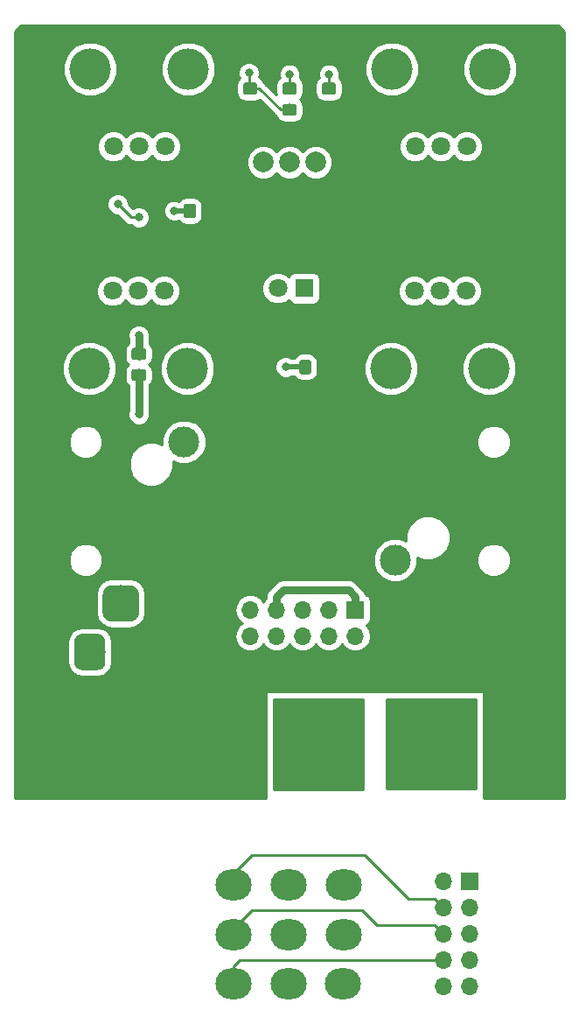
<source format=gbr>
G04 #@! TF.GenerationSoftware,KiCad,Pcbnew,(5.0.0-3-g5ebb6b6)*
G04 #@! TF.CreationDate,2018-11-16T00:35:09+00:00*
G04 #@! TF.ProjectId,555PWMTremolo,35353550574D5472656D6F6C6F2E6B69,rev?*
G04 #@! TF.SameCoordinates,Original*
G04 #@! TF.FileFunction,Copper,L2,Bot,Signal*
G04 #@! TF.FilePolarity,Positive*
%FSLAX46Y46*%
G04 Gerber Fmt 4.6, Leading zero omitted, Abs format (unit mm)*
G04 Created by KiCad (PCBNEW (5.0.0-3-g5ebb6b6)) date Friday, 16 November 2018 at 00:35:09*
%MOMM*%
%LPD*%
G01*
G04 APERTURE LIST*
G04 #@! TA.AperFunction,ComponentPad*
%ADD10O,1.700000X1.700000*%
G04 #@! TD*
G04 #@! TA.AperFunction,ComponentPad*
%ADD11R,1.700000X1.700000*%
G04 #@! TD*
G04 #@! TA.AperFunction,Conductor*
%ADD12C,0.100000*%
G04 #@! TD*
G04 #@! TA.AperFunction,SMDPad,CuDef*
%ADD13C,1.150000*%
G04 #@! TD*
G04 #@! TA.AperFunction,ComponentPad*
%ADD14O,3.500000X3.000000*%
G04 #@! TD*
G04 #@! TA.AperFunction,ComponentPad*
%ADD15R,1.800000X1.800000*%
G04 #@! TD*
G04 #@! TA.AperFunction,ComponentPad*
%ADD16C,1.800000*%
G04 #@! TD*
G04 #@! TA.AperFunction,ComponentPad*
%ADD17C,3.000000*%
G04 #@! TD*
G04 #@! TA.AperFunction,ComponentPad*
%ADD18R,3.500000X3.500000*%
G04 #@! TD*
G04 #@! TA.AperFunction,ComponentPad*
%ADD19C,3.500000*%
G04 #@! TD*
G04 #@! TA.AperFunction,WasherPad*
%ADD20C,4.000000*%
G04 #@! TD*
G04 #@! TA.AperFunction,ComponentPad*
%ADD21C,2.000000*%
G04 #@! TD*
G04 #@! TA.AperFunction,ViaPad*
%ADD22C,0.800000*%
G04 #@! TD*
G04 #@! TA.AperFunction,Conductor*
%ADD23C,0.750000*%
G04 #@! TD*
G04 #@! TA.AperFunction,Conductor*
%ADD24C,0.250000*%
G04 #@! TD*
G04 #@! TA.AperFunction,Conductor*
%ADD25C,0.500000*%
G04 #@! TD*
G04 #@! TA.AperFunction,Conductor*
%ADD26C,0.254000*%
G04 #@! TD*
G04 APERTURE END LIST*
D10*
G04 #@! TO.P,J_AUXTOMAIN1,10*
G04 #@! TO.N,N/C*
X95504000Y-154940000D03*
G04 #@! TO.P,J_AUXTOMAIN1,9*
G04 #@! TO.N,/555PWMTremolo_3PDT/3PDT_9_INT*
X95504000Y-157480000D03*
G04 #@! TO.P,J_AUXTOMAIN1,8*
G04 #@! TO.N,/555PWMTremolo_3PDT/3PDT_8_INT*
X95504000Y-160020000D03*
G04 #@! TO.P,J_AUXTOMAIN1,7*
G04 #@! TO.N,/555PWMTremolo_3PDT/3PDT_7_INT*
X95504000Y-162560000D03*
G04 #@! TO.P,J_AUXTOMAIN1,6*
G04 #@! TO.N,/555PWMTremolo_3PDT/3PDT_6_INT*
X95504000Y-165100000D03*
G04 #@! TO.P,J_AUXTOMAIN1,5*
G04 #@! TO.N,/555PWMTremolo_3PDT/3PDT_5_INT*
X98044000Y-165100000D03*
G04 #@! TO.P,J_AUXTOMAIN1,4*
G04 #@! TO.N,/555PWMTremolo_3PDT/3PDT_4_INT*
X98044000Y-162560000D03*
G04 #@! TO.P,J_AUXTOMAIN1,3*
G04 #@! TO.N,/555PWMTremolo_3PDT/3PDT_3_INT*
X98044000Y-160020000D03*
G04 #@! TO.P,J_AUXTOMAIN1,2*
G04 #@! TO.N,/555PWMTremolo_3PDT/3PDT_2_INT*
X98044000Y-157480000D03*
D11*
G04 #@! TO.P,J_AUXTOMAIN1,1*
G04 #@! TO.N,/555PWMTremolo_3PDT/3PDT_1_INT*
X98044000Y-154940000D03*
G04 #@! TD*
D12*
G04 #@! TO.N,/GND*
G04 #@! TO.C,C_LPFOPT1*
G36*
X77309505Y-79699204D02*
X77333773Y-79702804D01*
X77357572Y-79708765D01*
X77380671Y-79717030D01*
X77402850Y-79727520D01*
X77423893Y-79740132D01*
X77443599Y-79754747D01*
X77461777Y-79771223D01*
X77478253Y-79789401D01*
X77492868Y-79809107D01*
X77505480Y-79830150D01*
X77515970Y-79852329D01*
X77524235Y-79875428D01*
X77530196Y-79899227D01*
X77533796Y-79923495D01*
X77535000Y-79947999D01*
X77535000Y-80598001D01*
X77533796Y-80622505D01*
X77530196Y-80646773D01*
X77524235Y-80670572D01*
X77515970Y-80693671D01*
X77505480Y-80715850D01*
X77492868Y-80736893D01*
X77478253Y-80756599D01*
X77461777Y-80774777D01*
X77443599Y-80791253D01*
X77423893Y-80805868D01*
X77402850Y-80818480D01*
X77380671Y-80828970D01*
X77357572Y-80837235D01*
X77333773Y-80843196D01*
X77309505Y-80846796D01*
X77285001Y-80848000D01*
X76384999Y-80848000D01*
X76360495Y-80846796D01*
X76336227Y-80843196D01*
X76312428Y-80837235D01*
X76289329Y-80828970D01*
X76267150Y-80818480D01*
X76246107Y-80805868D01*
X76226401Y-80791253D01*
X76208223Y-80774777D01*
X76191747Y-80756599D01*
X76177132Y-80736893D01*
X76164520Y-80715850D01*
X76154030Y-80693671D01*
X76145765Y-80670572D01*
X76139804Y-80646773D01*
X76136204Y-80622505D01*
X76135000Y-80598001D01*
X76135000Y-79947999D01*
X76136204Y-79923495D01*
X76139804Y-79899227D01*
X76145765Y-79875428D01*
X76154030Y-79852329D01*
X76164520Y-79830150D01*
X76177132Y-79809107D01*
X76191747Y-79789401D01*
X76208223Y-79771223D01*
X76226401Y-79754747D01*
X76246107Y-79740132D01*
X76267150Y-79727520D01*
X76289329Y-79717030D01*
X76312428Y-79708765D01*
X76336227Y-79702804D01*
X76360495Y-79699204D01*
X76384999Y-79698000D01*
X77285001Y-79698000D01*
X77309505Y-79699204D01*
X77309505Y-79699204D01*
G37*
D13*
G04 #@! TD*
G04 #@! TO.P,C_LPFOPT1,2*
G04 #@! TO.N,/GND*
X76835000Y-80273000D03*
D12*
G04 #@! TO.N,Net-(C_LPFOPT1-Pad1)*
G04 #@! TO.C,C_LPFOPT1*
G36*
X77309505Y-77649204D02*
X77333773Y-77652804D01*
X77357572Y-77658765D01*
X77380671Y-77667030D01*
X77402850Y-77677520D01*
X77423893Y-77690132D01*
X77443599Y-77704747D01*
X77461777Y-77721223D01*
X77478253Y-77739401D01*
X77492868Y-77759107D01*
X77505480Y-77780150D01*
X77515970Y-77802329D01*
X77524235Y-77825428D01*
X77530196Y-77849227D01*
X77533796Y-77873495D01*
X77535000Y-77897999D01*
X77535000Y-78548001D01*
X77533796Y-78572505D01*
X77530196Y-78596773D01*
X77524235Y-78620572D01*
X77515970Y-78643671D01*
X77505480Y-78665850D01*
X77492868Y-78686893D01*
X77478253Y-78706599D01*
X77461777Y-78724777D01*
X77443599Y-78741253D01*
X77423893Y-78755868D01*
X77402850Y-78768480D01*
X77380671Y-78778970D01*
X77357572Y-78787235D01*
X77333773Y-78793196D01*
X77309505Y-78796796D01*
X77285001Y-78798000D01*
X76384999Y-78798000D01*
X76360495Y-78796796D01*
X76336227Y-78793196D01*
X76312428Y-78787235D01*
X76289329Y-78778970D01*
X76267150Y-78768480D01*
X76246107Y-78755868D01*
X76226401Y-78741253D01*
X76208223Y-78724777D01*
X76191747Y-78706599D01*
X76177132Y-78686893D01*
X76164520Y-78665850D01*
X76154030Y-78643671D01*
X76145765Y-78620572D01*
X76139804Y-78596773D01*
X76136204Y-78572505D01*
X76135000Y-78548001D01*
X76135000Y-77897999D01*
X76136204Y-77873495D01*
X76139804Y-77849227D01*
X76145765Y-77825428D01*
X76154030Y-77802329D01*
X76164520Y-77780150D01*
X76177132Y-77759107D01*
X76191747Y-77739401D01*
X76208223Y-77721223D01*
X76226401Y-77704747D01*
X76246107Y-77690132D01*
X76267150Y-77677520D01*
X76289329Y-77667030D01*
X76312428Y-77658765D01*
X76336227Y-77652804D01*
X76360495Y-77649204D01*
X76384999Y-77648000D01*
X77285001Y-77648000D01*
X77309505Y-77649204D01*
X77309505Y-77649204D01*
G37*
D13*
G04 #@! TD*
G04 #@! TO.P,C_LPFOPT1,1*
G04 #@! TO.N,Net-(C_LPFOPT1-Pad1)*
X76835000Y-78223000D03*
D12*
G04 #@! TO.N,Net-(C_LPFOPT2-Pad1)*
G04 #@! TO.C,C_LPFOPT2*
G36*
X84929505Y-77649204D02*
X84953773Y-77652804D01*
X84977572Y-77658765D01*
X85000671Y-77667030D01*
X85022850Y-77677520D01*
X85043893Y-77690132D01*
X85063599Y-77704747D01*
X85081777Y-77721223D01*
X85098253Y-77739401D01*
X85112868Y-77759107D01*
X85125480Y-77780150D01*
X85135970Y-77802329D01*
X85144235Y-77825428D01*
X85150196Y-77849227D01*
X85153796Y-77873495D01*
X85155000Y-77897999D01*
X85155000Y-78548001D01*
X85153796Y-78572505D01*
X85150196Y-78596773D01*
X85144235Y-78620572D01*
X85135970Y-78643671D01*
X85125480Y-78665850D01*
X85112868Y-78686893D01*
X85098253Y-78706599D01*
X85081777Y-78724777D01*
X85063599Y-78741253D01*
X85043893Y-78755868D01*
X85022850Y-78768480D01*
X85000671Y-78778970D01*
X84977572Y-78787235D01*
X84953773Y-78793196D01*
X84929505Y-78796796D01*
X84905001Y-78798000D01*
X84004999Y-78798000D01*
X83980495Y-78796796D01*
X83956227Y-78793196D01*
X83932428Y-78787235D01*
X83909329Y-78778970D01*
X83887150Y-78768480D01*
X83866107Y-78755868D01*
X83846401Y-78741253D01*
X83828223Y-78724777D01*
X83811747Y-78706599D01*
X83797132Y-78686893D01*
X83784520Y-78665850D01*
X83774030Y-78643671D01*
X83765765Y-78620572D01*
X83759804Y-78596773D01*
X83756204Y-78572505D01*
X83755000Y-78548001D01*
X83755000Y-77897999D01*
X83756204Y-77873495D01*
X83759804Y-77849227D01*
X83765765Y-77825428D01*
X83774030Y-77802329D01*
X83784520Y-77780150D01*
X83797132Y-77759107D01*
X83811747Y-77739401D01*
X83828223Y-77721223D01*
X83846401Y-77704747D01*
X83866107Y-77690132D01*
X83887150Y-77677520D01*
X83909329Y-77667030D01*
X83932428Y-77658765D01*
X83956227Y-77652804D01*
X83980495Y-77649204D01*
X84004999Y-77648000D01*
X84905001Y-77648000D01*
X84929505Y-77649204D01*
X84929505Y-77649204D01*
G37*
D13*
G04 #@! TD*
G04 #@! TO.P,C_LPFOPT2,1*
G04 #@! TO.N,Net-(C_LPFOPT2-Pad1)*
X84455000Y-78223000D03*
D12*
G04 #@! TO.N,/GND*
G04 #@! TO.C,C_LPFOPT2*
G36*
X84929505Y-79699204D02*
X84953773Y-79702804D01*
X84977572Y-79708765D01*
X85000671Y-79717030D01*
X85022850Y-79727520D01*
X85043893Y-79740132D01*
X85063599Y-79754747D01*
X85081777Y-79771223D01*
X85098253Y-79789401D01*
X85112868Y-79809107D01*
X85125480Y-79830150D01*
X85135970Y-79852329D01*
X85144235Y-79875428D01*
X85150196Y-79899227D01*
X85153796Y-79923495D01*
X85155000Y-79947999D01*
X85155000Y-80598001D01*
X85153796Y-80622505D01*
X85150196Y-80646773D01*
X85144235Y-80670572D01*
X85135970Y-80693671D01*
X85125480Y-80715850D01*
X85112868Y-80736893D01*
X85098253Y-80756599D01*
X85081777Y-80774777D01*
X85063599Y-80791253D01*
X85043893Y-80805868D01*
X85022850Y-80818480D01*
X85000671Y-80828970D01*
X84977572Y-80837235D01*
X84953773Y-80843196D01*
X84929505Y-80846796D01*
X84905001Y-80848000D01*
X84004999Y-80848000D01*
X83980495Y-80846796D01*
X83956227Y-80843196D01*
X83932428Y-80837235D01*
X83909329Y-80828970D01*
X83887150Y-80818480D01*
X83866107Y-80805868D01*
X83846401Y-80791253D01*
X83828223Y-80774777D01*
X83811747Y-80756599D01*
X83797132Y-80736893D01*
X83784520Y-80715850D01*
X83774030Y-80693671D01*
X83765765Y-80670572D01*
X83759804Y-80646773D01*
X83756204Y-80622505D01*
X83755000Y-80598001D01*
X83755000Y-79947999D01*
X83756204Y-79923495D01*
X83759804Y-79899227D01*
X83765765Y-79875428D01*
X83774030Y-79852329D01*
X83784520Y-79830150D01*
X83797132Y-79809107D01*
X83811747Y-79789401D01*
X83828223Y-79771223D01*
X83846401Y-79754747D01*
X83866107Y-79740132D01*
X83887150Y-79727520D01*
X83909329Y-79717030D01*
X83932428Y-79708765D01*
X83956227Y-79702804D01*
X83980495Y-79699204D01*
X84004999Y-79698000D01*
X84905001Y-79698000D01*
X84929505Y-79699204D01*
X84929505Y-79699204D01*
G37*
D13*
G04 #@! TD*
G04 #@! TO.P,C_LPFOPT2,2*
G04 #@! TO.N,/GND*
X84455000Y-80273000D03*
D12*
G04 #@! TO.N,Net-(R_LPF1-Pad2)*
G04 #@! TO.C,R_LPF1*
G36*
X81119505Y-77649204D02*
X81143773Y-77652804D01*
X81167572Y-77658765D01*
X81190671Y-77667030D01*
X81212850Y-77677520D01*
X81233893Y-77690132D01*
X81253599Y-77704747D01*
X81271777Y-77721223D01*
X81288253Y-77739401D01*
X81302868Y-77759107D01*
X81315480Y-77780150D01*
X81325970Y-77802329D01*
X81334235Y-77825428D01*
X81340196Y-77849227D01*
X81343796Y-77873495D01*
X81345000Y-77897999D01*
X81345000Y-78548001D01*
X81343796Y-78572505D01*
X81340196Y-78596773D01*
X81334235Y-78620572D01*
X81325970Y-78643671D01*
X81315480Y-78665850D01*
X81302868Y-78686893D01*
X81288253Y-78706599D01*
X81271777Y-78724777D01*
X81253599Y-78741253D01*
X81233893Y-78755868D01*
X81212850Y-78768480D01*
X81190671Y-78778970D01*
X81167572Y-78787235D01*
X81143773Y-78793196D01*
X81119505Y-78796796D01*
X81095001Y-78798000D01*
X80194999Y-78798000D01*
X80170495Y-78796796D01*
X80146227Y-78793196D01*
X80122428Y-78787235D01*
X80099329Y-78778970D01*
X80077150Y-78768480D01*
X80056107Y-78755868D01*
X80036401Y-78741253D01*
X80018223Y-78724777D01*
X80001747Y-78706599D01*
X79987132Y-78686893D01*
X79974520Y-78665850D01*
X79964030Y-78643671D01*
X79955765Y-78620572D01*
X79949804Y-78596773D01*
X79946204Y-78572505D01*
X79945000Y-78548001D01*
X79945000Y-77897999D01*
X79946204Y-77873495D01*
X79949804Y-77849227D01*
X79955765Y-77825428D01*
X79964030Y-77802329D01*
X79974520Y-77780150D01*
X79987132Y-77759107D01*
X80001747Y-77739401D01*
X80018223Y-77721223D01*
X80036401Y-77704747D01*
X80056107Y-77690132D01*
X80077150Y-77677520D01*
X80099329Y-77667030D01*
X80122428Y-77658765D01*
X80146227Y-77652804D01*
X80170495Y-77649204D01*
X80194999Y-77648000D01*
X81095001Y-77648000D01*
X81119505Y-77649204D01*
X81119505Y-77649204D01*
G37*
D13*
G04 #@! TD*
G04 #@! TO.P,R_LPF1,2*
G04 #@! TO.N,Net-(R_LPF1-Pad2)*
X80645000Y-78223000D03*
D12*
G04 #@! TO.N,Net-(C_LPFOPT1-Pad1)*
G04 #@! TO.C,R_LPF1*
G36*
X81119505Y-79699204D02*
X81143773Y-79702804D01*
X81167572Y-79708765D01*
X81190671Y-79717030D01*
X81212850Y-79727520D01*
X81233893Y-79740132D01*
X81253599Y-79754747D01*
X81271777Y-79771223D01*
X81288253Y-79789401D01*
X81302868Y-79809107D01*
X81315480Y-79830150D01*
X81325970Y-79852329D01*
X81334235Y-79875428D01*
X81340196Y-79899227D01*
X81343796Y-79923495D01*
X81345000Y-79947999D01*
X81345000Y-80598001D01*
X81343796Y-80622505D01*
X81340196Y-80646773D01*
X81334235Y-80670572D01*
X81325970Y-80693671D01*
X81315480Y-80715850D01*
X81302868Y-80736893D01*
X81288253Y-80756599D01*
X81271777Y-80774777D01*
X81253599Y-80791253D01*
X81233893Y-80805868D01*
X81212850Y-80818480D01*
X81190671Y-80828970D01*
X81167572Y-80837235D01*
X81143773Y-80843196D01*
X81119505Y-80846796D01*
X81095001Y-80848000D01*
X80194999Y-80848000D01*
X80170495Y-80846796D01*
X80146227Y-80843196D01*
X80122428Y-80837235D01*
X80099329Y-80828970D01*
X80077150Y-80818480D01*
X80056107Y-80805868D01*
X80036401Y-80791253D01*
X80018223Y-80774777D01*
X80001747Y-80756599D01*
X79987132Y-80736893D01*
X79974520Y-80715850D01*
X79964030Y-80693671D01*
X79955765Y-80670572D01*
X79949804Y-80646773D01*
X79946204Y-80622505D01*
X79945000Y-80598001D01*
X79945000Y-79947999D01*
X79946204Y-79923495D01*
X79949804Y-79899227D01*
X79955765Y-79875428D01*
X79964030Y-79852329D01*
X79974520Y-79830150D01*
X79987132Y-79809107D01*
X80001747Y-79789401D01*
X80018223Y-79771223D01*
X80036401Y-79754747D01*
X80056107Y-79740132D01*
X80077150Y-79727520D01*
X80099329Y-79717030D01*
X80122428Y-79708765D01*
X80146227Y-79702804D01*
X80170495Y-79699204D01*
X80194999Y-79698000D01*
X81095001Y-79698000D01*
X81119505Y-79699204D01*
X81119505Y-79699204D01*
G37*
D13*
G04 #@! TD*
G04 #@! TO.P,R_LPF1,1*
G04 #@! TO.N,Net-(C_LPFOPT1-Pad1)*
X80645000Y-80273000D03*
D14*
G04 #@! TO.P,SW_EN1,1*
G04 #@! TO.N,/555PWMTremolo_3PDT/3PDT_1_INT*
X85836760Y-164851080D03*
G04 #@! TO.P,SW_EN1,4*
G04 #@! TO.N,/555PWMTremolo_3PDT/3PDT_4_INT*
X80563720Y-164838380D03*
G04 #@! TO.P,SW_EN1,7*
G04 #@! TO.N,/555PWMTremolo_3PDT/3PDT_7_INT*
X75247500Y-164833300D03*
G04 #@! TO.P,SW_EN1,2*
G04 #@! TO.N,/555PWMTremolo_3PDT/3PDT_2_INT*
X85852000Y-160045400D03*
G04 #@! TO.P,SW_EN1,5*
G04 #@! TO.N,/555PWMTremolo_3PDT/3PDT_5_INT*
X80556100Y-160045400D03*
G04 #@! TO.P,SW_EN1,8*
G04 #@! TO.N,/555PWMTremolo_3PDT/3PDT_8_INT*
X75247500Y-160045400D03*
G04 #@! TO.P,SW_EN1,3*
G04 #@! TO.N,/555PWMTremolo_3PDT/3PDT_3_INT*
X85864700Y-155244800D03*
G04 #@! TO.P,SW_EN1,6*
G04 #@! TO.N,/555PWMTremolo_3PDT/3PDT_6_INT*
X80556100Y-155244800D03*
G04 #@! TO.P,SW_EN1,9*
G04 #@! TO.N,/555PWMTremolo_3PDT/3PDT_9_INT*
X75247500Y-155244800D03*
G04 #@! TD*
D12*
G04 #@! TO.N,Net-(P_VOL1-Pad1)*
G04 #@! TO.C,R_GAIN1*
G36*
X82509505Y-104457204D02*
X82533773Y-104460804D01*
X82557572Y-104466765D01*
X82580671Y-104475030D01*
X82602850Y-104485520D01*
X82623893Y-104498132D01*
X82643599Y-104512747D01*
X82661777Y-104529223D01*
X82678253Y-104547401D01*
X82692868Y-104567107D01*
X82705480Y-104588150D01*
X82715970Y-104610329D01*
X82724235Y-104633428D01*
X82730196Y-104657227D01*
X82733796Y-104681495D01*
X82735000Y-104705999D01*
X82735000Y-105606001D01*
X82733796Y-105630505D01*
X82730196Y-105654773D01*
X82724235Y-105678572D01*
X82715970Y-105701671D01*
X82705480Y-105723850D01*
X82692868Y-105744893D01*
X82678253Y-105764599D01*
X82661777Y-105782777D01*
X82643599Y-105799253D01*
X82623893Y-105813868D01*
X82602850Y-105826480D01*
X82580671Y-105836970D01*
X82557572Y-105845235D01*
X82533773Y-105851196D01*
X82509505Y-105854796D01*
X82485001Y-105856000D01*
X81834999Y-105856000D01*
X81810495Y-105854796D01*
X81786227Y-105851196D01*
X81762428Y-105845235D01*
X81739329Y-105836970D01*
X81717150Y-105826480D01*
X81696107Y-105813868D01*
X81676401Y-105799253D01*
X81658223Y-105782777D01*
X81641747Y-105764599D01*
X81627132Y-105744893D01*
X81614520Y-105723850D01*
X81604030Y-105701671D01*
X81595765Y-105678572D01*
X81589804Y-105654773D01*
X81586204Y-105630505D01*
X81585000Y-105606001D01*
X81585000Y-104705999D01*
X81586204Y-104681495D01*
X81589804Y-104657227D01*
X81595765Y-104633428D01*
X81604030Y-104610329D01*
X81614520Y-104588150D01*
X81627132Y-104567107D01*
X81641747Y-104547401D01*
X81658223Y-104529223D01*
X81676401Y-104512747D01*
X81696107Y-104498132D01*
X81717150Y-104485520D01*
X81739329Y-104475030D01*
X81762428Y-104466765D01*
X81786227Y-104460804D01*
X81810495Y-104457204D01*
X81834999Y-104456000D01*
X82485001Y-104456000D01*
X82509505Y-104457204D01*
X82509505Y-104457204D01*
G37*
D13*
G04 #@! TD*
G04 #@! TO.P,R_GAIN1,1*
G04 #@! TO.N,Net-(P_VOL1-Pad1)*
X82160000Y-105156000D03*
D12*
G04 #@! TO.N,/GND*
G04 #@! TO.C,R_GAIN1*
G36*
X84559505Y-104457204D02*
X84583773Y-104460804D01*
X84607572Y-104466765D01*
X84630671Y-104475030D01*
X84652850Y-104485520D01*
X84673893Y-104498132D01*
X84693599Y-104512747D01*
X84711777Y-104529223D01*
X84728253Y-104547401D01*
X84742868Y-104567107D01*
X84755480Y-104588150D01*
X84765970Y-104610329D01*
X84774235Y-104633428D01*
X84780196Y-104657227D01*
X84783796Y-104681495D01*
X84785000Y-104705999D01*
X84785000Y-105606001D01*
X84783796Y-105630505D01*
X84780196Y-105654773D01*
X84774235Y-105678572D01*
X84765970Y-105701671D01*
X84755480Y-105723850D01*
X84742868Y-105744893D01*
X84728253Y-105764599D01*
X84711777Y-105782777D01*
X84693599Y-105799253D01*
X84673893Y-105813868D01*
X84652850Y-105826480D01*
X84630671Y-105836970D01*
X84607572Y-105845235D01*
X84583773Y-105851196D01*
X84559505Y-105854796D01*
X84535001Y-105856000D01*
X83884999Y-105856000D01*
X83860495Y-105854796D01*
X83836227Y-105851196D01*
X83812428Y-105845235D01*
X83789329Y-105836970D01*
X83767150Y-105826480D01*
X83746107Y-105813868D01*
X83726401Y-105799253D01*
X83708223Y-105782777D01*
X83691747Y-105764599D01*
X83677132Y-105744893D01*
X83664520Y-105723850D01*
X83654030Y-105701671D01*
X83645765Y-105678572D01*
X83639804Y-105654773D01*
X83636204Y-105630505D01*
X83635000Y-105606001D01*
X83635000Y-104705999D01*
X83636204Y-104681495D01*
X83639804Y-104657227D01*
X83645765Y-104633428D01*
X83654030Y-104610329D01*
X83664520Y-104588150D01*
X83677132Y-104567107D01*
X83691747Y-104547401D01*
X83708223Y-104529223D01*
X83726401Y-104512747D01*
X83746107Y-104498132D01*
X83767150Y-104485520D01*
X83789329Y-104475030D01*
X83812428Y-104466765D01*
X83836227Y-104460804D01*
X83860495Y-104457204D01*
X83884999Y-104456000D01*
X84535001Y-104456000D01*
X84559505Y-104457204D01*
X84559505Y-104457204D01*
G37*
D13*
G04 #@! TD*
G04 #@! TO.P,R_GAIN1,2*
G04 #@! TO.N,/GND*
X84210000Y-105156000D03*
D15*
G04 #@! TO.P,D_LED1,1*
G04 #@! TO.N,Net-(C_LPFOPT2-Pad1)*
X82042000Y-97536000D03*
D16*
G04 #@! TO.P,D_LED1,2*
G04 #@! TO.N,Net-(C_LPFOPT1-Pad1)*
X79502000Y-97536000D03*
G04 #@! TD*
D12*
G04 #@! TO.N,Net-(C_OSC1-Pad1)*
G04 #@! TO.C,C_OSC1*
G36*
X71333505Y-89344204D02*
X71357773Y-89347804D01*
X71381572Y-89353765D01*
X71404671Y-89362030D01*
X71426850Y-89372520D01*
X71447893Y-89385132D01*
X71467599Y-89399747D01*
X71485777Y-89416223D01*
X71502253Y-89434401D01*
X71516868Y-89454107D01*
X71529480Y-89475150D01*
X71539970Y-89497329D01*
X71548235Y-89520428D01*
X71554196Y-89544227D01*
X71557796Y-89568495D01*
X71559000Y-89592999D01*
X71559000Y-90493001D01*
X71557796Y-90517505D01*
X71554196Y-90541773D01*
X71548235Y-90565572D01*
X71539970Y-90588671D01*
X71529480Y-90610850D01*
X71516868Y-90631893D01*
X71502253Y-90651599D01*
X71485777Y-90669777D01*
X71467599Y-90686253D01*
X71447893Y-90700868D01*
X71426850Y-90713480D01*
X71404671Y-90723970D01*
X71381572Y-90732235D01*
X71357773Y-90738196D01*
X71333505Y-90741796D01*
X71309001Y-90743000D01*
X70658999Y-90743000D01*
X70634495Y-90741796D01*
X70610227Y-90738196D01*
X70586428Y-90732235D01*
X70563329Y-90723970D01*
X70541150Y-90713480D01*
X70520107Y-90700868D01*
X70500401Y-90686253D01*
X70482223Y-90669777D01*
X70465747Y-90651599D01*
X70451132Y-90631893D01*
X70438520Y-90610850D01*
X70428030Y-90588671D01*
X70419765Y-90565572D01*
X70413804Y-90541773D01*
X70410204Y-90517505D01*
X70409000Y-90493001D01*
X70409000Y-89592999D01*
X70410204Y-89568495D01*
X70413804Y-89544227D01*
X70419765Y-89520428D01*
X70428030Y-89497329D01*
X70438520Y-89475150D01*
X70451132Y-89454107D01*
X70465747Y-89434401D01*
X70482223Y-89416223D01*
X70500401Y-89399747D01*
X70520107Y-89385132D01*
X70541150Y-89372520D01*
X70563329Y-89362030D01*
X70586428Y-89353765D01*
X70610227Y-89347804D01*
X70634495Y-89344204D01*
X70658999Y-89343000D01*
X71309001Y-89343000D01*
X71333505Y-89344204D01*
X71333505Y-89344204D01*
G37*
D13*
G04 #@! TD*
G04 #@! TO.P,C_OSC1,1*
G04 #@! TO.N,Net-(C_OSC1-Pad1)*
X70984000Y-90043000D03*
D12*
G04 #@! TO.N,/GND*
G04 #@! TO.C,C_OSC1*
G36*
X73383505Y-89344204D02*
X73407773Y-89347804D01*
X73431572Y-89353765D01*
X73454671Y-89362030D01*
X73476850Y-89372520D01*
X73497893Y-89385132D01*
X73517599Y-89399747D01*
X73535777Y-89416223D01*
X73552253Y-89434401D01*
X73566868Y-89454107D01*
X73579480Y-89475150D01*
X73589970Y-89497329D01*
X73598235Y-89520428D01*
X73604196Y-89544227D01*
X73607796Y-89568495D01*
X73609000Y-89592999D01*
X73609000Y-90493001D01*
X73607796Y-90517505D01*
X73604196Y-90541773D01*
X73598235Y-90565572D01*
X73589970Y-90588671D01*
X73579480Y-90610850D01*
X73566868Y-90631893D01*
X73552253Y-90651599D01*
X73535777Y-90669777D01*
X73517599Y-90686253D01*
X73497893Y-90700868D01*
X73476850Y-90713480D01*
X73454671Y-90723970D01*
X73431572Y-90732235D01*
X73407773Y-90738196D01*
X73383505Y-90741796D01*
X73359001Y-90743000D01*
X72708999Y-90743000D01*
X72684495Y-90741796D01*
X72660227Y-90738196D01*
X72636428Y-90732235D01*
X72613329Y-90723970D01*
X72591150Y-90713480D01*
X72570107Y-90700868D01*
X72550401Y-90686253D01*
X72532223Y-90669777D01*
X72515747Y-90651599D01*
X72501132Y-90631893D01*
X72488520Y-90610850D01*
X72478030Y-90588671D01*
X72469765Y-90565572D01*
X72463804Y-90541773D01*
X72460204Y-90517505D01*
X72459000Y-90493001D01*
X72459000Y-89592999D01*
X72460204Y-89568495D01*
X72463804Y-89544227D01*
X72469765Y-89520428D01*
X72478030Y-89497329D01*
X72488520Y-89475150D01*
X72501132Y-89454107D01*
X72515747Y-89434401D01*
X72532223Y-89416223D01*
X72550401Y-89399747D01*
X72570107Y-89385132D01*
X72591150Y-89372520D01*
X72613329Y-89362030D01*
X72636428Y-89353765D01*
X72660227Y-89347804D01*
X72684495Y-89344204D01*
X72708999Y-89343000D01*
X73359001Y-89343000D01*
X73383505Y-89344204D01*
X73383505Y-89344204D01*
G37*
D13*
G04 #@! TD*
G04 #@! TO.P,C_OSC1,2*
G04 #@! TO.N,/GND*
X73034000Y-90043000D03*
D17*
G04 #@! TO.P,J_IN1,4*
G04 #@! TO.N,/GND*
X103568500Y-123825000D03*
G04 #@! TO.P,J_IN1,3*
X103568500Y-112395000D03*
G04 #@! TO.P,J_IN1,2*
X90868500Y-112395000D03*
G04 #@! TO.P,J_IN1,1*
G04 #@! TO.N,/3PDT_2_EXT*
X90868500Y-123825000D03*
G04 #@! TD*
D18*
G04 #@! TO.P,J_PWR1,1*
G04 #@! TO.N,/GND*
X67310000Y-132715000D03*
D12*
G04 #@! TD*
G04 #@! TO.N,+9V*
G04 #@! TO.C,J_PWR1*
G36*
X62133513Y-130968611D02*
X62206318Y-130979411D01*
X62277714Y-130997295D01*
X62347013Y-131022090D01*
X62413548Y-131053559D01*
X62476678Y-131091398D01*
X62535795Y-131135242D01*
X62590330Y-131184670D01*
X62639758Y-131239205D01*
X62683602Y-131298322D01*
X62721441Y-131361452D01*
X62752910Y-131427987D01*
X62777705Y-131497286D01*
X62795589Y-131568682D01*
X62806389Y-131641487D01*
X62810000Y-131715000D01*
X62810000Y-133715000D01*
X62806389Y-133788513D01*
X62795589Y-133861318D01*
X62777705Y-133932714D01*
X62752910Y-134002013D01*
X62721441Y-134068548D01*
X62683602Y-134131678D01*
X62639758Y-134190795D01*
X62590330Y-134245330D01*
X62535795Y-134294758D01*
X62476678Y-134338602D01*
X62413548Y-134376441D01*
X62347013Y-134407910D01*
X62277714Y-134432705D01*
X62206318Y-134450589D01*
X62133513Y-134461389D01*
X62060000Y-134465000D01*
X60560000Y-134465000D01*
X60486487Y-134461389D01*
X60413682Y-134450589D01*
X60342286Y-134432705D01*
X60272987Y-134407910D01*
X60206452Y-134376441D01*
X60143322Y-134338602D01*
X60084205Y-134294758D01*
X60029670Y-134245330D01*
X59980242Y-134190795D01*
X59936398Y-134131678D01*
X59898559Y-134068548D01*
X59867090Y-134002013D01*
X59842295Y-133932714D01*
X59824411Y-133861318D01*
X59813611Y-133788513D01*
X59810000Y-133715000D01*
X59810000Y-131715000D01*
X59813611Y-131641487D01*
X59824411Y-131568682D01*
X59842295Y-131497286D01*
X59867090Y-131427987D01*
X59898559Y-131361452D01*
X59936398Y-131298322D01*
X59980242Y-131239205D01*
X60029670Y-131184670D01*
X60084205Y-131135242D01*
X60143322Y-131091398D01*
X60206452Y-131053559D01*
X60272987Y-131022090D01*
X60342286Y-130997295D01*
X60413682Y-130979411D01*
X60486487Y-130968611D01*
X60560000Y-130965000D01*
X62060000Y-130965000D01*
X62133513Y-130968611D01*
X62133513Y-130968611D01*
G37*
D17*
G04 #@! TO.P,J_PWR1,2*
G04 #@! TO.N,+9V*
X61310000Y-132715000D03*
D12*
G04 #@! TD*
G04 #@! TO.N,N/C*
G04 #@! TO.C,J_PWR1*
G36*
X65270765Y-126269213D02*
X65355704Y-126281813D01*
X65438999Y-126302677D01*
X65519848Y-126331605D01*
X65597472Y-126368319D01*
X65671124Y-126412464D01*
X65740094Y-126463616D01*
X65803718Y-126521282D01*
X65861384Y-126584906D01*
X65912536Y-126653876D01*
X65956681Y-126727528D01*
X65993395Y-126805152D01*
X66022323Y-126886001D01*
X66043187Y-126969296D01*
X66055787Y-127054235D01*
X66060000Y-127140000D01*
X66060000Y-128890000D01*
X66055787Y-128975765D01*
X66043187Y-129060704D01*
X66022323Y-129143999D01*
X65993395Y-129224848D01*
X65956681Y-129302472D01*
X65912536Y-129376124D01*
X65861384Y-129445094D01*
X65803718Y-129508718D01*
X65740094Y-129566384D01*
X65671124Y-129617536D01*
X65597472Y-129661681D01*
X65519848Y-129698395D01*
X65438999Y-129727323D01*
X65355704Y-129748187D01*
X65270765Y-129760787D01*
X65185000Y-129765000D01*
X63435000Y-129765000D01*
X63349235Y-129760787D01*
X63264296Y-129748187D01*
X63181001Y-129727323D01*
X63100152Y-129698395D01*
X63022528Y-129661681D01*
X62948876Y-129617536D01*
X62879906Y-129566384D01*
X62816282Y-129508718D01*
X62758616Y-129445094D01*
X62707464Y-129376124D01*
X62663319Y-129302472D01*
X62626605Y-129224848D01*
X62597677Y-129143999D01*
X62576813Y-129060704D01*
X62564213Y-128975765D01*
X62560000Y-128890000D01*
X62560000Y-127140000D01*
X62564213Y-127054235D01*
X62576813Y-126969296D01*
X62597677Y-126886001D01*
X62626605Y-126805152D01*
X62663319Y-126727528D01*
X62707464Y-126653876D01*
X62758616Y-126584906D01*
X62816282Y-126521282D01*
X62879906Y-126463616D01*
X62948876Y-126412464D01*
X63022528Y-126368319D01*
X63100152Y-126331605D01*
X63181001Y-126302677D01*
X63264296Y-126281813D01*
X63349235Y-126269213D01*
X63435000Y-126265000D01*
X65185000Y-126265000D01*
X65270765Y-126269213D01*
X65270765Y-126269213D01*
G37*
D19*
G04 #@! TO.P,J_PWR1,3*
G04 #@! TO.N,N/C*
X64310000Y-128015000D03*
G04 #@! TD*
D16*
G04 #@! TO.P,P_DEPTH1,3*
G04 #@! TO.N,/555PWMTremolo_Clock/CLK_OUT*
X92790000Y-83820000D03*
G04 #@! TO.P,P_DEPTH1,2*
G04 #@! TO.N,Net-(P_DEPTH1-Pad2)*
X95290000Y-83820000D03*
G04 #@! TO.P,P_DEPTH1,1*
G04 #@! TO.N,Net-(P_DEPTH1-Pad1)*
X97790000Y-83820000D03*
D20*
G04 #@! TO.P,P_DEPTH1,*
G04 #@! TO.N,*
X90540000Y-76320000D03*
X100040000Y-76320000D03*
G04 #@! TD*
G04 #@! TO.P,P_VOL1,*
G04 #@! TO.N,*
X90460000Y-105290000D03*
X99960000Y-105290000D03*
D16*
G04 #@! TO.P,P_VOL1,1*
G04 #@! TO.N,Net-(P_VOL1-Pad1)*
X92710000Y-97790000D03*
G04 #@! TO.P,P_VOL1,2*
X95210000Y-97790000D03*
G04 #@! TO.P,P_VOL1,3*
G04 #@! TO.N,/3PDT_6_EXT*
X97710000Y-97790000D03*
G04 #@! TD*
D20*
G04 #@! TO.P,P_OSCOFF1,*
G04 #@! TO.N,*
X61250000Y-105290000D03*
X70750000Y-105290000D03*
D16*
G04 #@! TO.P,P_OSCOFF1,1*
G04 #@! TO.N,Net-(P_OSCOFF1-Pad1)*
X63500000Y-97790000D03*
G04 #@! TO.P,P_OSCOFF1,2*
X66000000Y-97790000D03*
G04 #@! TO.P,P_OSCOFF1,3*
G04 #@! TO.N,Net-(P_OSCOFF1-Pad3)*
X68500000Y-97790000D03*
G04 #@! TD*
G04 #@! TO.P,P_OSCON1,3*
G04 #@! TO.N,Net-(P_OSCOFF1-Pad3)*
X63580000Y-83820000D03*
G04 #@! TO.P,P_OSCON1,2*
G04 #@! TO.N,Net-(P_OSCON1-Pad1)*
X66080000Y-83820000D03*
G04 #@! TO.P,P_OSCON1,1*
X68580000Y-83820000D03*
D20*
G04 #@! TO.P,P_OSCON1,*
G04 #@! TO.N,*
X61330000Y-76320000D03*
X70830000Y-76320000D03*
G04 #@! TD*
D17*
G04 #@! TO.P,J_OUT1,1*
G04 #@! TO.N,/3PDT_5_EXT*
X70421500Y-112395000D03*
G04 #@! TO.P,J_OUT1,2*
G04 #@! TO.N,/GND*
X70421500Y-123825000D03*
G04 #@! TO.P,J_OUT1,3*
X57721500Y-123825000D03*
G04 #@! TO.P,J_OUT1,4*
X57721500Y-112395000D03*
G04 #@! TD*
D12*
G04 #@! TO.N,/3PDT_8_EXT*
G04 #@! TO.C,R_OSCLIMIT1*
G36*
X66514505Y-105353204D02*
X66538773Y-105356804D01*
X66562572Y-105362765D01*
X66585671Y-105371030D01*
X66607850Y-105381520D01*
X66628893Y-105394132D01*
X66648599Y-105408747D01*
X66666777Y-105425223D01*
X66683253Y-105443401D01*
X66697868Y-105463107D01*
X66710480Y-105484150D01*
X66720970Y-105506329D01*
X66729235Y-105529428D01*
X66735196Y-105553227D01*
X66738796Y-105577495D01*
X66740000Y-105601999D01*
X66740000Y-106252001D01*
X66738796Y-106276505D01*
X66735196Y-106300773D01*
X66729235Y-106324572D01*
X66720970Y-106347671D01*
X66710480Y-106369850D01*
X66697868Y-106390893D01*
X66683253Y-106410599D01*
X66666777Y-106428777D01*
X66648599Y-106445253D01*
X66628893Y-106459868D01*
X66607850Y-106472480D01*
X66585671Y-106482970D01*
X66562572Y-106491235D01*
X66538773Y-106497196D01*
X66514505Y-106500796D01*
X66490001Y-106502000D01*
X65589999Y-106502000D01*
X65565495Y-106500796D01*
X65541227Y-106497196D01*
X65517428Y-106491235D01*
X65494329Y-106482970D01*
X65472150Y-106472480D01*
X65451107Y-106459868D01*
X65431401Y-106445253D01*
X65413223Y-106428777D01*
X65396747Y-106410599D01*
X65382132Y-106390893D01*
X65369520Y-106369850D01*
X65359030Y-106347671D01*
X65350765Y-106324572D01*
X65344804Y-106300773D01*
X65341204Y-106276505D01*
X65340000Y-106252001D01*
X65340000Y-105601999D01*
X65341204Y-105577495D01*
X65344804Y-105553227D01*
X65350765Y-105529428D01*
X65359030Y-105506329D01*
X65369520Y-105484150D01*
X65382132Y-105463107D01*
X65396747Y-105443401D01*
X65413223Y-105425223D01*
X65431401Y-105408747D01*
X65451107Y-105394132D01*
X65472150Y-105381520D01*
X65494329Y-105371030D01*
X65517428Y-105362765D01*
X65541227Y-105356804D01*
X65565495Y-105353204D01*
X65589999Y-105352000D01*
X66490001Y-105352000D01*
X66514505Y-105353204D01*
X66514505Y-105353204D01*
G37*
D13*
G04 #@! TD*
G04 #@! TO.P,R_OSCLIMIT1,1*
G04 #@! TO.N,/3PDT_8_EXT*
X66040000Y-105927000D03*
D12*
G04 #@! TO.N,Net-(C_BP1-Pad1)*
G04 #@! TO.C,R_OSCLIMIT1*
G36*
X66514505Y-103303204D02*
X66538773Y-103306804D01*
X66562572Y-103312765D01*
X66585671Y-103321030D01*
X66607850Y-103331520D01*
X66628893Y-103344132D01*
X66648599Y-103358747D01*
X66666777Y-103375223D01*
X66683253Y-103393401D01*
X66697868Y-103413107D01*
X66710480Y-103434150D01*
X66720970Y-103456329D01*
X66729235Y-103479428D01*
X66735196Y-103503227D01*
X66738796Y-103527495D01*
X66740000Y-103551999D01*
X66740000Y-104202001D01*
X66738796Y-104226505D01*
X66735196Y-104250773D01*
X66729235Y-104274572D01*
X66720970Y-104297671D01*
X66710480Y-104319850D01*
X66697868Y-104340893D01*
X66683253Y-104360599D01*
X66666777Y-104378777D01*
X66648599Y-104395253D01*
X66628893Y-104409868D01*
X66607850Y-104422480D01*
X66585671Y-104432970D01*
X66562572Y-104441235D01*
X66538773Y-104447196D01*
X66514505Y-104450796D01*
X66490001Y-104452000D01*
X65589999Y-104452000D01*
X65565495Y-104450796D01*
X65541227Y-104447196D01*
X65517428Y-104441235D01*
X65494329Y-104432970D01*
X65472150Y-104422480D01*
X65451107Y-104409868D01*
X65431401Y-104395253D01*
X65413223Y-104378777D01*
X65396747Y-104360599D01*
X65382132Y-104340893D01*
X65369520Y-104319850D01*
X65359030Y-104297671D01*
X65350765Y-104274572D01*
X65344804Y-104250773D01*
X65341204Y-104226505D01*
X65340000Y-104202001D01*
X65340000Y-103551999D01*
X65341204Y-103527495D01*
X65344804Y-103503227D01*
X65350765Y-103479428D01*
X65359030Y-103456329D01*
X65369520Y-103434150D01*
X65382132Y-103413107D01*
X65396747Y-103393401D01*
X65413223Y-103375223D01*
X65431401Y-103358747D01*
X65451107Y-103344132D01*
X65472150Y-103331520D01*
X65494329Y-103321030D01*
X65517428Y-103312765D01*
X65541227Y-103306804D01*
X65565495Y-103303204D01*
X65589999Y-103302000D01*
X66490001Y-103302000D01*
X66514505Y-103303204D01*
X66514505Y-103303204D01*
G37*
D13*
G04 #@! TD*
G04 #@! TO.P,R_OSCLIMIT1,2*
G04 #@! TO.N,Net-(C_BP1-Pad1)*
X66040000Y-103877000D03*
D21*
G04 #@! TO.P,SW_ATTACK1,2*
G04 #@! TO.N,Net-(C_LPFOPT2-Pad1)*
X80645000Y-85344000D03*
G04 #@! TO.P,SW_ATTACK1,3*
G04 #@! TO.N,Net-(CP_SLOW1-Pad1)*
X83185000Y-85344000D03*
G04 #@! TO.P,SW_ATTACK1,1*
G04 #@! TO.N,Net-(CP_FAST1-Pad1)*
X78105000Y-85344000D03*
G04 #@! TD*
D11*
G04 #@! TO.P,J_MAINTOAUX1,1*
G04 #@! TO.N,/3PDT_4_EXT*
X86995000Y-128651000D03*
D10*
G04 #@! TO.P,J_MAINTOAUX1,2*
G04 #@! TO.N,/3PDT_2_EXT*
X84455000Y-128651000D03*
G04 #@! TO.P,J_MAINTOAUX1,3*
G04 #@! TO.N,/3PDT_3_EXT*
X81915000Y-128651000D03*
G04 #@! TO.P,J_MAINTOAUX1,4*
G04 #@! TO.N,/3PDT_4_EXT*
X79375000Y-128651000D03*
G04 #@! TO.P,J_MAINTOAUX1,5*
G04 #@! TO.N,/3PDT_5_EXT*
X76835000Y-128651000D03*
G04 #@! TO.P,J_MAINTOAUX1,6*
G04 #@! TO.N,/3PDT_6_EXT*
X76835000Y-131191000D03*
G04 #@! TO.P,J_MAINTOAUX1,7*
G04 #@! TO.N,N/C*
X79375000Y-131191000D03*
G04 #@! TO.P,J_MAINTOAUX1,8*
G04 #@! TO.N,/3PDT_8_EXT*
X81915000Y-131191000D03*
G04 #@! TO.P,J_MAINTOAUX1,9*
G04 #@! TO.N,+5V*
X84455000Y-131191000D03*
G04 #@! TO.P,J_MAINTOAUX1,10*
G04 #@! TO.N,N/C*
X86995000Y-131191000D03*
G04 #@! TD*
D22*
G04 #@! TO.N,-9V*
X90551000Y-145415000D03*
X90551000Y-144145000D03*
X90551000Y-142875000D03*
X90551000Y-141605000D03*
X90551000Y-140335000D03*
X90551000Y-139065000D03*
X90551000Y-137795000D03*
X91821000Y-137795000D03*
X91821000Y-139065000D03*
X91821000Y-140335000D03*
X91821000Y-141605000D03*
X91821000Y-142875000D03*
X91821000Y-144145000D03*
X91821000Y-145415000D03*
X93091000Y-145415000D03*
X93091000Y-139065000D03*
X94361000Y-139065000D03*
X94361000Y-137795000D03*
X93091000Y-137795000D03*
X94361000Y-145415000D03*
G04 #@! TO.N,/3PDT_8_EXT*
X66040000Y-109728000D03*
G04 #@! TO.N,+5V*
X87249000Y-137795000D03*
X87249000Y-139065000D03*
X87249000Y-140335000D03*
X87249000Y-142875000D03*
X87249000Y-145415000D03*
X85979000Y-145415000D03*
X85979000Y-142875000D03*
X85979000Y-140335000D03*
X85979000Y-139065000D03*
X85979000Y-137795000D03*
X84709000Y-137795000D03*
X83439000Y-137795000D03*
X84709000Y-145415000D03*
X83439000Y-145415000D03*
X87249000Y-144145000D03*
X85979000Y-144145000D03*
G04 #@! TO.N,Net-(C_OSC1-Pad1)*
X64008000Y-89408000D03*
X66040000Y-90678000D03*
X69468999Y-90042999D03*
G04 #@! TO.N,Net-(P_VOL1-Pad1)*
X80264000Y-105156000D03*
G04 #@! TO.N,Net-(R_LPF1-Pad2)*
X80645000Y-76835000D03*
G04 #@! TO.N,Net-(C_LPFOPT1-Pad1)*
X76707996Y-76708000D03*
G04 #@! TO.N,/GND*
X63500000Y-139446000D03*
X61468000Y-139446000D03*
X62230000Y-86995000D03*
X85725000Y-74930000D03*
X75565000Y-74930000D03*
X104648000Y-135382000D03*
X68834000Y-141986000D03*
X55617000Y-138675000D03*
X70993000Y-95377000D03*
X71628000Y-86106000D03*
X77724000Y-101219000D03*
X98050000Y-88652000D03*
X85366000Y-92942000D03*
X72389996Y-135635996D03*
X81534000Y-119380000D03*
G04 #@! TO.N,Net-(C_BP1-Pad1)*
X66040000Y-102108000D03*
G04 #@! TO.N,Net-(C_LPFOPT2-Pad1)*
X84455000Y-76835000D03*
G04 #@! TD*
D23*
G04 #@! TO.N,/3PDT_8_EXT*
X66040000Y-105927000D02*
X66040000Y-109728000D01*
D24*
G04 #@! TO.N,Net-(C_OSC1-Pad1)*
X65278000Y-90678000D02*
X64008000Y-89408000D01*
X66040000Y-90678000D02*
X65278000Y-90678000D01*
D25*
X70984000Y-90043000D02*
X70034684Y-90042999D01*
X70034684Y-90042999D02*
X69468999Y-90042999D01*
D23*
G04 #@! TO.N,/3PDT_4_EXT*
X86995000Y-127381000D02*
X86995000Y-128651000D01*
X86360000Y-126746000D02*
X86995000Y-127381000D01*
X80010000Y-126746000D02*
X86360000Y-126746000D01*
X79375000Y-127381000D02*
X80010000Y-126746000D01*
X79375000Y-128651000D02*
X79375000Y-127381000D01*
D25*
G04 #@! TO.N,Net-(P_VOL1-Pad1)*
X80264000Y-105156000D02*
X82160000Y-105156000D01*
D24*
G04 #@! TO.N,Net-(R_LPF1-Pad2)*
X80645000Y-78223000D02*
X80645000Y-76835000D01*
G04 #@! TO.N,Net-(C_LPFOPT1-Pad1)*
X76707996Y-78095996D02*
X76835000Y-78223000D01*
X76707996Y-76708000D02*
X76707996Y-78095996D01*
X79765000Y-80273000D02*
X80645000Y-80273000D01*
X77715000Y-78223000D02*
X79765000Y-80273000D01*
X76835000Y-78223000D02*
X77715000Y-78223000D01*
G04 #@! TO.N,/555PWMTremolo_3PDT/3PDT_9_INT*
X75247500Y-154114500D02*
X75247500Y-155244800D01*
X76962000Y-152400000D02*
X75247500Y-154114500D01*
X87884000Y-152400000D02*
X76962000Y-152400000D01*
X92114001Y-156630001D02*
X87884000Y-152400000D01*
X95504000Y-157480000D02*
X94654001Y-156630001D01*
X94654001Y-156630001D02*
X92114001Y-156630001D01*
G04 #@! TO.N,/555PWMTremolo_3PDT/3PDT_8_INT*
X75247500Y-159448500D02*
X75247500Y-160045400D01*
X76962000Y-157734000D02*
X75247500Y-159448500D01*
X87630000Y-157734000D02*
X76962000Y-157734000D01*
X89066001Y-159170001D02*
X87630000Y-157734000D01*
X95504000Y-160020000D02*
X94654001Y-159170001D01*
X94654001Y-159170001D02*
X89066001Y-159170001D01*
G04 #@! TO.N,/555PWMTremolo_3PDT/3PDT_7_INT*
X75247500Y-163083300D02*
X75247500Y-164833300D01*
X75770800Y-162560000D02*
X75247500Y-163083300D01*
X95504000Y-162560000D02*
X75770800Y-162560000D01*
D23*
G04 #@! TO.N,Net-(C_BP1-Pad1)*
X66040000Y-104140000D02*
X66040000Y-102108000D01*
X66040000Y-103877000D02*
X66040000Y-102108000D01*
D24*
G04 #@! TO.N,Net-(C_LPFOPT2-Pad1)*
X84582000Y-78223000D02*
X84455000Y-78096000D01*
X84455000Y-76835000D02*
X84455000Y-78223000D01*
G04 #@! TO.N,Net-(CP_FAST1-Pad1)*
X77978000Y-85471000D02*
X78105000Y-85344000D01*
G04 #@! TD*
D26*
G04 #@! TO.N,-9V*
G36*
X98679000Y-145923000D02*
X90043000Y-145923000D01*
X90043000Y-137287000D01*
X98679000Y-137287000D01*
X98679000Y-145923000D01*
X98679000Y-145923000D01*
G37*
X98679000Y-145923000D02*
X90043000Y-145923000D01*
X90043000Y-137287000D01*
X98679000Y-137287000D01*
X98679000Y-145923000D01*
G04 #@! TO.N,+5V*
G36*
X87757000Y-146050000D02*
X79121000Y-146050000D01*
X79121000Y-137287000D01*
X87757000Y-137287000D01*
X87757000Y-146050000D01*
X87757000Y-146050000D01*
G37*
X87757000Y-146050000D02*
X79121000Y-146050000D01*
X79121000Y-137287000D01*
X87757000Y-137287000D01*
X87757000Y-146050000D01*
G04 #@! TO.N,/GND*
G36*
X107215000Y-72694447D02*
X107215001Y-146839000D01*
X99441000Y-146839000D01*
X99441000Y-136652000D01*
X99431333Y-136603399D01*
X99403803Y-136562197D01*
X99362601Y-136534667D01*
X99314000Y-136525000D01*
X78486000Y-136525000D01*
X78437399Y-136534667D01*
X78396197Y-136562197D01*
X78368667Y-136603399D01*
X78359000Y-136652000D01*
X78359000Y-146839000D01*
X54075000Y-146839000D01*
X54075000Y-131715000D01*
X59162560Y-131715000D01*
X59162560Y-133715000D01*
X59268934Y-134249777D01*
X59571861Y-134703139D01*
X60025223Y-135006066D01*
X60560000Y-135112440D01*
X62060000Y-135112440D01*
X62594777Y-135006066D01*
X63048139Y-134703139D01*
X63351066Y-134249777D01*
X63457440Y-133715000D01*
X63457440Y-131715000D01*
X63351066Y-131180223D01*
X63048139Y-130726861D01*
X62594777Y-130423934D01*
X62060000Y-130317560D01*
X60560000Y-130317560D01*
X60025223Y-130423934D01*
X59571861Y-130726861D01*
X59268934Y-131180223D01*
X59162560Y-131715000D01*
X54075000Y-131715000D01*
X54075000Y-127140000D01*
X61912560Y-127140000D01*
X61912560Y-128890000D01*
X62028449Y-129472613D01*
X62358472Y-129966528D01*
X62852387Y-130296551D01*
X63435000Y-130412440D01*
X65185000Y-130412440D01*
X65767613Y-130296551D01*
X66261528Y-129966528D01*
X66591551Y-129472613D01*
X66707440Y-128890000D01*
X66707440Y-128651000D01*
X75320908Y-128651000D01*
X75436161Y-129230418D01*
X75764375Y-129721625D01*
X76062761Y-129921000D01*
X75764375Y-130120375D01*
X75436161Y-130611582D01*
X75320908Y-131191000D01*
X75436161Y-131770418D01*
X75764375Y-132261625D01*
X76255582Y-132589839D01*
X76688744Y-132676000D01*
X76981256Y-132676000D01*
X77414418Y-132589839D01*
X77905625Y-132261625D01*
X78105000Y-131963239D01*
X78304375Y-132261625D01*
X78795582Y-132589839D01*
X79228744Y-132676000D01*
X79521256Y-132676000D01*
X79954418Y-132589839D01*
X80445625Y-132261625D01*
X80645000Y-131963239D01*
X80844375Y-132261625D01*
X81335582Y-132589839D01*
X81768744Y-132676000D01*
X82061256Y-132676000D01*
X82494418Y-132589839D01*
X82985625Y-132261625D01*
X83185000Y-131963239D01*
X83384375Y-132261625D01*
X83875582Y-132589839D01*
X84308744Y-132676000D01*
X84601256Y-132676000D01*
X85034418Y-132589839D01*
X85525625Y-132261625D01*
X85725000Y-131963239D01*
X85924375Y-132261625D01*
X86415582Y-132589839D01*
X86848744Y-132676000D01*
X87141256Y-132676000D01*
X87574418Y-132589839D01*
X88065625Y-132261625D01*
X88393839Y-131770418D01*
X88509092Y-131191000D01*
X88393839Y-130611582D01*
X88065625Y-130120375D01*
X88047381Y-130108184D01*
X88092765Y-130099157D01*
X88302809Y-129958809D01*
X88443157Y-129748765D01*
X88492440Y-129501000D01*
X88492440Y-127801000D01*
X88443157Y-127553235D01*
X88302809Y-127343191D01*
X88092765Y-127202843D01*
X87985089Y-127181425D01*
X87946399Y-126986918D01*
X87946399Y-126986917D01*
X87779518Y-126737163D01*
X87723169Y-126652831D01*
X87638838Y-126596483D01*
X87144518Y-126102163D01*
X87088169Y-126017831D01*
X86754082Y-125794601D01*
X86459476Y-125736000D01*
X86459471Y-125736000D01*
X86360000Y-125716214D01*
X86260529Y-125736000D01*
X80109472Y-125736000D01*
X80010000Y-125716214D01*
X79910528Y-125736000D01*
X79910524Y-125736000D01*
X79677115Y-125782428D01*
X79615917Y-125794601D01*
X79368381Y-125960000D01*
X79281831Y-126017831D01*
X79225482Y-126102163D01*
X78731161Y-126596484D01*
X78646832Y-126652831D01*
X78590485Y-126737160D01*
X78590482Y-126737163D01*
X78423603Y-126986917D01*
X78423602Y-126986918D01*
X78393136Y-127140083D01*
X78345214Y-127381000D01*
X78365001Y-127480475D01*
X78365001Y-127539866D01*
X78304375Y-127580375D01*
X78105000Y-127878761D01*
X77905625Y-127580375D01*
X77414418Y-127252161D01*
X76981256Y-127166000D01*
X76688744Y-127166000D01*
X76255582Y-127252161D01*
X75764375Y-127580375D01*
X75436161Y-128071582D01*
X75320908Y-128651000D01*
X66707440Y-128651000D01*
X66707440Y-127140000D01*
X66591551Y-126557387D01*
X66261528Y-126063472D01*
X65767613Y-125733449D01*
X65185000Y-125617560D01*
X63435000Y-125617560D01*
X62852387Y-125733449D01*
X62358472Y-126063472D01*
X62028449Y-126557387D01*
X61912560Y-127140000D01*
X54075000Y-127140000D01*
X54075000Y-123499778D01*
X59261500Y-123499778D01*
X59261500Y-124150222D01*
X59510414Y-124751153D01*
X59970347Y-125211086D01*
X60571278Y-125460000D01*
X61221722Y-125460000D01*
X61822653Y-125211086D01*
X62282586Y-124751153D01*
X62531500Y-124150222D01*
X62531500Y-123499778D01*
X62490304Y-123400322D01*
X88733500Y-123400322D01*
X88733500Y-124249678D01*
X89058534Y-125034380D01*
X89659120Y-125634966D01*
X90443822Y-125960000D01*
X91293178Y-125960000D01*
X92077880Y-125634966D01*
X92678466Y-125034380D01*
X93003500Y-124249678D01*
X93003500Y-123546125D01*
X93618822Y-123801000D01*
X94468178Y-123801000D01*
X95195392Y-123499778D01*
X98758500Y-123499778D01*
X98758500Y-124150222D01*
X99007414Y-124751153D01*
X99467347Y-125211086D01*
X100068278Y-125460000D01*
X100718722Y-125460000D01*
X101319653Y-125211086D01*
X101779586Y-124751153D01*
X102028500Y-124150222D01*
X102028500Y-123499778D01*
X101779586Y-122898847D01*
X101319653Y-122438914D01*
X100718722Y-122190000D01*
X100068278Y-122190000D01*
X99467347Y-122438914D01*
X99007414Y-122898847D01*
X98758500Y-123499778D01*
X95195392Y-123499778D01*
X95252880Y-123475966D01*
X95853466Y-122875380D01*
X96178500Y-122090678D01*
X96178500Y-121241322D01*
X95853466Y-120456620D01*
X95252880Y-119856034D01*
X94468178Y-119531000D01*
X93618822Y-119531000D01*
X92834120Y-119856034D01*
X92233534Y-120456620D01*
X91908500Y-121241322D01*
X91908500Y-121944875D01*
X91293178Y-121690000D01*
X90443822Y-121690000D01*
X89659120Y-122015034D01*
X89058534Y-122615620D01*
X88733500Y-123400322D01*
X62490304Y-123400322D01*
X62282586Y-122898847D01*
X61822653Y-122438914D01*
X61221722Y-122190000D01*
X60571278Y-122190000D01*
X59970347Y-122438914D01*
X59510414Y-122898847D01*
X59261500Y-123499778D01*
X54075000Y-123499778D01*
X54075000Y-114129322D01*
X65111500Y-114129322D01*
X65111500Y-114978678D01*
X65436534Y-115763380D01*
X66037120Y-116363966D01*
X66821822Y-116689000D01*
X67671178Y-116689000D01*
X68455880Y-116363966D01*
X69056466Y-115763380D01*
X69381500Y-114978678D01*
X69381500Y-114275125D01*
X69996822Y-114530000D01*
X70846178Y-114530000D01*
X71630880Y-114204966D01*
X72231466Y-113604380D01*
X72556500Y-112819678D01*
X72556500Y-112069778D01*
X98758500Y-112069778D01*
X98758500Y-112720222D01*
X99007414Y-113321153D01*
X99467347Y-113781086D01*
X100068278Y-114030000D01*
X100718722Y-114030000D01*
X101319653Y-113781086D01*
X101779586Y-113321153D01*
X102028500Y-112720222D01*
X102028500Y-112069778D01*
X101779586Y-111468847D01*
X101319653Y-111008914D01*
X100718722Y-110760000D01*
X100068278Y-110760000D01*
X99467347Y-111008914D01*
X99007414Y-111468847D01*
X98758500Y-112069778D01*
X72556500Y-112069778D01*
X72556500Y-111970322D01*
X72231466Y-111185620D01*
X71630880Y-110585034D01*
X70846178Y-110260000D01*
X69996822Y-110260000D01*
X69212120Y-110585034D01*
X68611534Y-111185620D01*
X68286500Y-111970322D01*
X68286500Y-112673875D01*
X67671178Y-112419000D01*
X66821822Y-112419000D01*
X66037120Y-112744034D01*
X65436534Y-113344620D01*
X65111500Y-114129322D01*
X54075000Y-114129322D01*
X54075000Y-112069778D01*
X59261500Y-112069778D01*
X59261500Y-112720222D01*
X59510414Y-113321153D01*
X59970347Y-113781086D01*
X60571278Y-114030000D01*
X61221722Y-114030000D01*
X61822653Y-113781086D01*
X62282586Y-113321153D01*
X62531500Y-112720222D01*
X62531500Y-112069778D01*
X62282586Y-111468847D01*
X61822653Y-111008914D01*
X61221722Y-110760000D01*
X60571278Y-110760000D01*
X59970347Y-111008914D01*
X59510414Y-111468847D01*
X59261500Y-112069778D01*
X54075000Y-112069778D01*
X54075000Y-104765866D01*
X58615000Y-104765866D01*
X58615000Y-105814134D01*
X59016155Y-106782608D01*
X59757392Y-107523845D01*
X60725866Y-107925000D01*
X61774134Y-107925000D01*
X62742608Y-107523845D01*
X63483845Y-106782608D01*
X63885000Y-105814134D01*
X63885000Y-104765866D01*
X63483845Y-103797392D01*
X63238452Y-103551999D01*
X64692560Y-103551999D01*
X64692560Y-104202001D01*
X64760873Y-104545436D01*
X64955414Y-104836586D01*
X65053313Y-104902000D01*
X64955414Y-104967414D01*
X64760873Y-105258564D01*
X64692560Y-105601999D01*
X64692560Y-106252001D01*
X64760873Y-106595436D01*
X64955414Y-106886586D01*
X65030000Y-106936423D01*
X65030001Y-109461768D01*
X65005000Y-109522126D01*
X65005000Y-109933874D01*
X65162569Y-110314280D01*
X65453720Y-110605431D01*
X65834126Y-110763000D01*
X66245874Y-110763000D01*
X66626280Y-110605431D01*
X66917431Y-110314280D01*
X67075000Y-109933874D01*
X67075000Y-109522126D01*
X67050000Y-109461771D01*
X67050000Y-106936423D01*
X67124586Y-106886586D01*
X67319127Y-106595436D01*
X67387440Y-106252001D01*
X67387440Y-105601999D01*
X67319127Y-105258564D01*
X67124586Y-104967414D01*
X67026687Y-104902000D01*
X67124586Y-104836586D01*
X67171839Y-104765866D01*
X68115000Y-104765866D01*
X68115000Y-105814134D01*
X68516155Y-106782608D01*
X69257392Y-107523845D01*
X70225866Y-107925000D01*
X71274134Y-107925000D01*
X72242608Y-107523845D01*
X72983845Y-106782608D01*
X73385000Y-105814134D01*
X73385000Y-104950126D01*
X79229000Y-104950126D01*
X79229000Y-105361874D01*
X79386569Y-105742280D01*
X79677720Y-106033431D01*
X80058126Y-106191000D01*
X80469874Y-106191000D01*
X80832007Y-106041000D01*
X81067054Y-106041000D01*
X81200414Y-106240586D01*
X81491564Y-106435127D01*
X81834999Y-106503440D01*
X82485001Y-106503440D01*
X82828436Y-106435127D01*
X83119586Y-106240586D01*
X83314127Y-105949436D01*
X83382440Y-105606001D01*
X83382440Y-104765866D01*
X87825000Y-104765866D01*
X87825000Y-105814134D01*
X88226155Y-106782608D01*
X88967392Y-107523845D01*
X89935866Y-107925000D01*
X90984134Y-107925000D01*
X91952608Y-107523845D01*
X92693845Y-106782608D01*
X93095000Y-105814134D01*
X93095000Y-104765866D01*
X97325000Y-104765866D01*
X97325000Y-105814134D01*
X97726155Y-106782608D01*
X98467392Y-107523845D01*
X99435866Y-107925000D01*
X100484134Y-107925000D01*
X101452608Y-107523845D01*
X102193845Y-106782608D01*
X102595000Y-105814134D01*
X102595000Y-104765866D01*
X102193845Y-103797392D01*
X101452608Y-103056155D01*
X100484134Y-102655000D01*
X99435866Y-102655000D01*
X98467392Y-103056155D01*
X97726155Y-103797392D01*
X97325000Y-104765866D01*
X93095000Y-104765866D01*
X92693845Y-103797392D01*
X91952608Y-103056155D01*
X90984134Y-102655000D01*
X89935866Y-102655000D01*
X88967392Y-103056155D01*
X88226155Y-103797392D01*
X87825000Y-104765866D01*
X83382440Y-104765866D01*
X83382440Y-104705999D01*
X83314127Y-104362564D01*
X83119586Y-104071414D01*
X82828436Y-103876873D01*
X82485001Y-103808560D01*
X81834999Y-103808560D01*
X81491564Y-103876873D01*
X81200414Y-104071414D01*
X81067054Y-104271000D01*
X80832007Y-104271000D01*
X80469874Y-104121000D01*
X80058126Y-104121000D01*
X79677720Y-104278569D01*
X79386569Y-104569720D01*
X79229000Y-104950126D01*
X73385000Y-104950126D01*
X73385000Y-104765866D01*
X72983845Y-103797392D01*
X72242608Y-103056155D01*
X71274134Y-102655000D01*
X70225866Y-102655000D01*
X69257392Y-103056155D01*
X68516155Y-103797392D01*
X68115000Y-104765866D01*
X67171839Y-104765866D01*
X67319127Y-104545436D01*
X67387440Y-104202001D01*
X67387440Y-103551999D01*
X67319127Y-103208564D01*
X67124586Y-102917414D01*
X67050000Y-102867577D01*
X67050000Y-102374229D01*
X67075000Y-102313874D01*
X67075000Y-101902126D01*
X66917431Y-101521720D01*
X66626280Y-101230569D01*
X66245874Y-101073000D01*
X65834126Y-101073000D01*
X65453720Y-101230569D01*
X65162569Y-101521720D01*
X65005000Y-101902126D01*
X65005000Y-102313874D01*
X65030001Y-102374231D01*
X65030001Y-102867577D01*
X64955414Y-102917414D01*
X64760873Y-103208564D01*
X64692560Y-103551999D01*
X63238452Y-103551999D01*
X62742608Y-103056155D01*
X61774134Y-102655000D01*
X60725866Y-102655000D01*
X59757392Y-103056155D01*
X59016155Y-103797392D01*
X58615000Y-104765866D01*
X54075000Y-104765866D01*
X54075000Y-97484670D01*
X61965000Y-97484670D01*
X61965000Y-98095330D01*
X62198690Y-98659507D01*
X62630493Y-99091310D01*
X63194670Y-99325000D01*
X63805330Y-99325000D01*
X64369507Y-99091310D01*
X64750000Y-98710817D01*
X65130493Y-99091310D01*
X65694670Y-99325000D01*
X66305330Y-99325000D01*
X66869507Y-99091310D01*
X67250000Y-98710817D01*
X67630493Y-99091310D01*
X68194670Y-99325000D01*
X68805330Y-99325000D01*
X69369507Y-99091310D01*
X69801310Y-98659507D01*
X70035000Y-98095330D01*
X70035000Y-97484670D01*
X69929790Y-97230670D01*
X77967000Y-97230670D01*
X77967000Y-97841330D01*
X78200690Y-98405507D01*
X78632493Y-98837310D01*
X79196670Y-99071000D01*
X79807330Y-99071000D01*
X80371507Y-98837310D01*
X80540725Y-98668092D01*
X80543843Y-98683765D01*
X80684191Y-98893809D01*
X80894235Y-99034157D01*
X81142000Y-99083440D01*
X82942000Y-99083440D01*
X83189765Y-99034157D01*
X83399809Y-98893809D01*
X83540157Y-98683765D01*
X83589440Y-98436000D01*
X83589440Y-97484670D01*
X91175000Y-97484670D01*
X91175000Y-98095330D01*
X91408690Y-98659507D01*
X91840493Y-99091310D01*
X92404670Y-99325000D01*
X93015330Y-99325000D01*
X93579507Y-99091310D01*
X93960000Y-98710817D01*
X94340493Y-99091310D01*
X94904670Y-99325000D01*
X95515330Y-99325000D01*
X96079507Y-99091310D01*
X96460000Y-98710817D01*
X96840493Y-99091310D01*
X97404670Y-99325000D01*
X98015330Y-99325000D01*
X98579507Y-99091310D01*
X99011310Y-98659507D01*
X99245000Y-98095330D01*
X99245000Y-97484670D01*
X99011310Y-96920493D01*
X98579507Y-96488690D01*
X98015330Y-96255000D01*
X97404670Y-96255000D01*
X96840493Y-96488690D01*
X96460000Y-96869183D01*
X96079507Y-96488690D01*
X95515330Y-96255000D01*
X94904670Y-96255000D01*
X94340493Y-96488690D01*
X93960000Y-96869183D01*
X93579507Y-96488690D01*
X93015330Y-96255000D01*
X92404670Y-96255000D01*
X91840493Y-96488690D01*
X91408690Y-96920493D01*
X91175000Y-97484670D01*
X83589440Y-97484670D01*
X83589440Y-96636000D01*
X83540157Y-96388235D01*
X83399809Y-96178191D01*
X83189765Y-96037843D01*
X82942000Y-95988560D01*
X81142000Y-95988560D01*
X80894235Y-96037843D01*
X80684191Y-96178191D01*
X80543843Y-96388235D01*
X80540725Y-96403908D01*
X80371507Y-96234690D01*
X79807330Y-96001000D01*
X79196670Y-96001000D01*
X78632493Y-96234690D01*
X78200690Y-96666493D01*
X77967000Y-97230670D01*
X69929790Y-97230670D01*
X69801310Y-96920493D01*
X69369507Y-96488690D01*
X68805330Y-96255000D01*
X68194670Y-96255000D01*
X67630493Y-96488690D01*
X67250000Y-96869183D01*
X66869507Y-96488690D01*
X66305330Y-96255000D01*
X65694670Y-96255000D01*
X65130493Y-96488690D01*
X64750000Y-96869183D01*
X64369507Y-96488690D01*
X63805330Y-96255000D01*
X63194670Y-96255000D01*
X62630493Y-96488690D01*
X62198690Y-96920493D01*
X61965000Y-97484670D01*
X54075000Y-97484670D01*
X54075000Y-89202126D01*
X62973000Y-89202126D01*
X62973000Y-89613874D01*
X63130569Y-89994280D01*
X63421720Y-90285431D01*
X63802126Y-90443000D01*
X63968199Y-90443000D01*
X64687671Y-91162473D01*
X64730071Y-91225929D01*
X64981463Y-91393904D01*
X65203148Y-91438000D01*
X65203152Y-91438000D01*
X65277999Y-91452888D01*
X65339036Y-91440747D01*
X65453720Y-91555431D01*
X65834126Y-91713000D01*
X66245874Y-91713000D01*
X66626280Y-91555431D01*
X66917431Y-91264280D01*
X67075000Y-90883874D01*
X67075000Y-90472126D01*
X66917431Y-90091720D01*
X66662836Y-89837125D01*
X68433999Y-89837125D01*
X68433999Y-90248873D01*
X68591568Y-90629279D01*
X68882719Y-90920430D01*
X69263125Y-91077999D01*
X69674873Y-91077999D01*
X69922692Y-90975349D01*
X70024414Y-91127586D01*
X70315564Y-91322127D01*
X70658999Y-91390440D01*
X71309001Y-91390440D01*
X71652436Y-91322127D01*
X71943586Y-91127586D01*
X72138127Y-90836436D01*
X72206440Y-90493001D01*
X72206440Y-89592999D01*
X72138127Y-89249564D01*
X71943586Y-88958414D01*
X71652436Y-88763873D01*
X71309001Y-88695560D01*
X70658999Y-88695560D01*
X70315564Y-88763873D01*
X70024414Y-88958414D01*
X69922693Y-89110649D01*
X69674873Y-89007999D01*
X69263125Y-89007999D01*
X68882719Y-89165568D01*
X68591568Y-89456719D01*
X68433999Y-89837125D01*
X66662836Y-89837125D01*
X66626280Y-89800569D01*
X66245874Y-89643000D01*
X65834126Y-89643000D01*
X65469029Y-89794228D01*
X65043000Y-89368199D01*
X65043000Y-89202126D01*
X64885431Y-88821720D01*
X64594280Y-88530569D01*
X64213874Y-88373000D01*
X63802126Y-88373000D01*
X63421720Y-88530569D01*
X63130569Y-88821720D01*
X62973000Y-89202126D01*
X54075000Y-89202126D01*
X54075000Y-83514670D01*
X62045000Y-83514670D01*
X62045000Y-84125330D01*
X62278690Y-84689507D01*
X62710493Y-85121310D01*
X63274670Y-85355000D01*
X63885330Y-85355000D01*
X64449507Y-85121310D01*
X64830000Y-84740817D01*
X65210493Y-85121310D01*
X65774670Y-85355000D01*
X66385330Y-85355000D01*
X66949507Y-85121310D01*
X67330000Y-84740817D01*
X67710493Y-85121310D01*
X68274670Y-85355000D01*
X68885330Y-85355000D01*
X69449507Y-85121310D01*
X69552039Y-85018778D01*
X76470000Y-85018778D01*
X76470000Y-85669222D01*
X76718914Y-86270153D01*
X77178847Y-86730086D01*
X77779778Y-86979000D01*
X78430222Y-86979000D01*
X79031153Y-86730086D01*
X79375000Y-86386239D01*
X79718847Y-86730086D01*
X80319778Y-86979000D01*
X80970222Y-86979000D01*
X81571153Y-86730086D01*
X81915000Y-86386239D01*
X82258847Y-86730086D01*
X82859778Y-86979000D01*
X83510222Y-86979000D01*
X84111153Y-86730086D01*
X84571086Y-86270153D01*
X84820000Y-85669222D01*
X84820000Y-85018778D01*
X84571086Y-84417847D01*
X84111153Y-83957914D01*
X83510222Y-83709000D01*
X82859778Y-83709000D01*
X82258847Y-83957914D01*
X81915000Y-84301761D01*
X81571153Y-83957914D01*
X80970222Y-83709000D01*
X80319778Y-83709000D01*
X79718847Y-83957914D01*
X79375000Y-84301761D01*
X79031153Y-83957914D01*
X78430222Y-83709000D01*
X77779778Y-83709000D01*
X77178847Y-83957914D01*
X76718914Y-84417847D01*
X76470000Y-85018778D01*
X69552039Y-85018778D01*
X69881310Y-84689507D01*
X70115000Y-84125330D01*
X70115000Y-83514670D01*
X91255000Y-83514670D01*
X91255000Y-84125330D01*
X91488690Y-84689507D01*
X91920493Y-85121310D01*
X92484670Y-85355000D01*
X93095330Y-85355000D01*
X93659507Y-85121310D01*
X94040000Y-84740817D01*
X94420493Y-85121310D01*
X94984670Y-85355000D01*
X95595330Y-85355000D01*
X96159507Y-85121310D01*
X96540000Y-84740817D01*
X96920493Y-85121310D01*
X97484670Y-85355000D01*
X98095330Y-85355000D01*
X98659507Y-85121310D01*
X99091310Y-84689507D01*
X99325000Y-84125330D01*
X99325000Y-83514670D01*
X99091310Y-82950493D01*
X98659507Y-82518690D01*
X98095330Y-82285000D01*
X97484670Y-82285000D01*
X96920493Y-82518690D01*
X96540000Y-82899183D01*
X96159507Y-82518690D01*
X95595330Y-82285000D01*
X94984670Y-82285000D01*
X94420493Y-82518690D01*
X94040000Y-82899183D01*
X93659507Y-82518690D01*
X93095330Y-82285000D01*
X92484670Y-82285000D01*
X91920493Y-82518690D01*
X91488690Y-82950493D01*
X91255000Y-83514670D01*
X70115000Y-83514670D01*
X69881310Y-82950493D01*
X69449507Y-82518690D01*
X68885330Y-82285000D01*
X68274670Y-82285000D01*
X67710493Y-82518690D01*
X67330000Y-82899183D01*
X66949507Y-82518690D01*
X66385330Y-82285000D01*
X65774670Y-82285000D01*
X65210493Y-82518690D01*
X64830000Y-82899183D01*
X64449507Y-82518690D01*
X63885330Y-82285000D01*
X63274670Y-82285000D01*
X62710493Y-82518690D01*
X62278690Y-82950493D01*
X62045000Y-83514670D01*
X54075000Y-83514670D01*
X54075000Y-75795866D01*
X58695000Y-75795866D01*
X58695000Y-76844134D01*
X59096155Y-77812608D01*
X59837392Y-78553845D01*
X60805866Y-78955000D01*
X61854134Y-78955000D01*
X62822608Y-78553845D01*
X63563845Y-77812608D01*
X63965000Y-76844134D01*
X63965000Y-75795866D01*
X68195000Y-75795866D01*
X68195000Y-76844134D01*
X68596155Y-77812608D01*
X69337392Y-78553845D01*
X70305866Y-78955000D01*
X71354134Y-78955000D01*
X72322608Y-78553845D01*
X72978454Y-77897999D01*
X75487560Y-77897999D01*
X75487560Y-78548001D01*
X75555873Y-78891436D01*
X75750414Y-79182586D01*
X76041564Y-79377127D01*
X76384999Y-79445440D01*
X77285001Y-79445440D01*
X77628436Y-79377127D01*
X77727879Y-79310681D01*
X79174671Y-80757473D01*
X79217071Y-80820929D01*
X79280527Y-80863329D01*
X79361037Y-80917125D01*
X79365873Y-80941436D01*
X79560414Y-81232586D01*
X79851564Y-81427127D01*
X80194999Y-81495440D01*
X81095001Y-81495440D01*
X81438436Y-81427127D01*
X81729586Y-81232586D01*
X81924127Y-80941436D01*
X81992440Y-80598001D01*
X81992440Y-79947999D01*
X81924127Y-79604564D01*
X81729586Y-79313414D01*
X81631687Y-79248000D01*
X81729586Y-79182586D01*
X81924127Y-78891436D01*
X81992440Y-78548001D01*
X81992440Y-77897999D01*
X83107560Y-77897999D01*
X83107560Y-78548001D01*
X83175873Y-78891436D01*
X83370414Y-79182586D01*
X83661564Y-79377127D01*
X84004999Y-79445440D01*
X84905001Y-79445440D01*
X85248436Y-79377127D01*
X85539586Y-79182586D01*
X85734127Y-78891436D01*
X85802440Y-78548001D01*
X85802440Y-77897999D01*
X85734127Y-77554564D01*
X85539586Y-77263414D01*
X85428552Y-77189223D01*
X85490000Y-77040874D01*
X85490000Y-76629126D01*
X85332431Y-76248720D01*
X85041280Y-75957569D01*
X84660874Y-75800000D01*
X84249126Y-75800000D01*
X83868720Y-75957569D01*
X83577569Y-76248720D01*
X83420000Y-76629126D01*
X83420000Y-77040874D01*
X83481448Y-77189223D01*
X83370414Y-77263414D01*
X83175873Y-77554564D01*
X83107560Y-77897999D01*
X81992440Y-77897999D01*
X81924127Y-77554564D01*
X81729586Y-77263414D01*
X81618552Y-77189223D01*
X81680000Y-77040874D01*
X81680000Y-76629126D01*
X81522431Y-76248720D01*
X81231280Y-75957569D01*
X80850874Y-75800000D01*
X80439126Y-75800000D01*
X80058720Y-75957569D01*
X79767569Y-76248720D01*
X79610000Y-76629126D01*
X79610000Y-77040874D01*
X79671448Y-77189223D01*
X79560414Y-77263414D01*
X79365873Y-77554564D01*
X79297560Y-77897999D01*
X79297560Y-78548001D01*
X79342939Y-78776137D01*
X78305331Y-77738530D01*
X78262929Y-77675071D01*
X78118963Y-77578876D01*
X78114127Y-77554564D01*
X77919586Y-77263414D01*
X77667877Y-77095227D01*
X77742996Y-76913874D01*
X77742996Y-76502126D01*
X77585427Y-76121720D01*
X77294276Y-75830569D01*
X77210496Y-75795866D01*
X87905000Y-75795866D01*
X87905000Y-76844134D01*
X88306155Y-77812608D01*
X89047392Y-78553845D01*
X90015866Y-78955000D01*
X91064134Y-78955000D01*
X92032608Y-78553845D01*
X92773845Y-77812608D01*
X93175000Y-76844134D01*
X93175000Y-75795866D01*
X97405000Y-75795866D01*
X97405000Y-76844134D01*
X97806155Y-77812608D01*
X98547392Y-78553845D01*
X99515866Y-78955000D01*
X100564134Y-78955000D01*
X101532608Y-78553845D01*
X102273845Y-77812608D01*
X102675000Y-76844134D01*
X102675000Y-75795866D01*
X102273845Y-74827392D01*
X101532608Y-74086155D01*
X100564134Y-73685000D01*
X99515866Y-73685000D01*
X98547392Y-74086155D01*
X97806155Y-74827392D01*
X97405000Y-75795866D01*
X93175000Y-75795866D01*
X92773845Y-74827392D01*
X92032608Y-74086155D01*
X91064134Y-73685000D01*
X90015866Y-73685000D01*
X89047392Y-74086155D01*
X88306155Y-74827392D01*
X87905000Y-75795866D01*
X77210496Y-75795866D01*
X76913870Y-75673000D01*
X76502122Y-75673000D01*
X76121716Y-75830569D01*
X75830565Y-76121720D01*
X75672996Y-76502126D01*
X75672996Y-76913874D01*
X75803177Y-77228159D01*
X75750414Y-77263414D01*
X75555873Y-77554564D01*
X75487560Y-77897999D01*
X72978454Y-77897999D01*
X73063845Y-77812608D01*
X73465000Y-76844134D01*
X73465000Y-75795866D01*
X73063845Y-74827392D01*
X72322608Y-74086155D01*
X71354134Y-73685000D01*
X70305866Y-73685000D01*
X69337392Y-74086155D01*
X68596155Y-74827392D01*
X68195000Y-75795866D01*
X63965000Y-75795866D01*
X63563845Y-74827392D01*
X62822608Y-74086155D01*
X61854134Y-73685000D01*
X60805866Y-73685000D01*
X59837392Y-74086155D01*
X59096155Y-74827392D01*
X58695000Y-75795866D01*
X54075000Y-75795866D01*
X54075000Y-72694446D01*
X54660447Y-72109000D01*
X106629554Y-72109000D01*
X107215000Y-72694447D01*
X107215000Y-72694447D01*
G37*
X107215000Y-72694447D02*
X107215001Y-146839000D01*
X99441000Y-146839000D01*
X99441000Y-136652000D01*
X99431333Y-136603399D01*
X99403803Y-136562197D01*
X99362601Y-136534667D01*
X99314000Y-136525000D01*
X78486000Y-136525000D01*
X78437399Y-136534667D01*
X78396197Y-136562197D01*
X78368667Y-136603399D01*
X78359000Y-136652000D01*
X78359000Y-146839000D01*
X54075000Y-146839000D01*
X54075000Y-131715000D01*
X59162560Y-131715000D01*
X59162560Y-133715000D01*
X59268934Y-134249777D01*
X59571861Y-134703139D01*
X60025223Y-135006066D01*
X60560000Y-135112440D01*
X62060000Y-135112440D01*
X62594777Y-135006066D01*
X63048139Y-134703139D01*
X63351066Y-134249777D01*
X63457440Y-133715000D01*
X63457440Y-131715000D01*
X63351066Y-131180223D01*
X63048139Y-130726861D01*
X62594777Y-130423934D01*
X62060000Y-130317560D01*
X60560000Y-130317560D01*
X60025223Y-130423934D01*
X59571861Y-130726861D01*
X59268934Y-131180223D01*
X59162560Y-131715000D01*
X54075000Y-131715000D01*
X54075000Y-127140000D01*
X61912560Y-127140000D01*
X61912560Y-128890000D01*
X62028449Y-129472613D01*
X62358472Y-129966528D01*
X62852387Y-130296551D01*
X63435000Y-130412440D01*
X65185000Y-130412440D01*
X65767613Y-130296551D01*
X66261528Y-129966528D01*
X66591551Y-129472613D01*
X66707440Y-128890000D01*
X66707440Y-128651000D01*
X75320908Y-128651000D01*
X75436161Y-129230418D01*
X75764375Y-129721625D01*
X76062761Y-129921000D01*
X75764375Y-130120375D01*
X75436161Y-130611582D01*
X75320908Y-131191000D01*
X75436161Y-131770418D01*
X75764375Y-132261625D01*
X76255582Y-132589839D01*
X76688744Y-132676000D01*
X76981256Y-132676000D01*
X77414418Y-132589839D01*
X77905625Y-132261625D01*
X78105000Y-131963239D01*
X78304375Y-132261625D01*
X78795582Y-132589839D01*
X79228744Y-132676000D01*
X79521256Y-132676000D01*
X79954418Y-132589839D01*
X80445625Y-132261625D01*
X80645000Y-131963239D01*
X80844375Y-132261625D01*
X81335582Y-132589839D01*
X81768744Y-132676000D01*
X82061256Y-132676000D01*
X82494418Y-132589839D01*
X82985625Y-132261625D01*
X83185000Y-131963239D01*
X83384375Y-132261625D01*
X83875582Y-132589839D01*
X84308744Y-132676000D01*
X84601256Y-132676000D01*
X85034418Y-132589839D01*
X85525625Y-132261625D01*
X85725000Y-131963239D01*
X85924375Y-132261625D01*
X86415582Y-132589839D01*
X86848744Y-132676000D01*
X87141256Y-132676000D01*
X87574418Y-132589839D01*
X88065625Y-132261625D01*
X88393839Y-131770418D01*
X88509092Y-131191000D01*
X88393839Y-130611582D01*
X88065625Y-130120375D01*
X88047381Y-130108184D01*
X88092765Y-130099157D01*
X88302809Y-129958809D01*
X88443157Y-129748765D01*
X88492440Y-129501000D01*
X88492440Y-127801000D01*
X88443157Y-127553235D01*
X88302809Y-127343191D01*
X88092765Y-127202843D01*
X87985089Y-127181425D01*
X87946399Y-126986918D01*
X87946399Y-126986917D01*
X87779518Y-126737163D01*
X87723169Y-126652831D01*
X87638838Y-126596483D01*
X87144518Y-126102163D01*
X87088169Y-126017831D01*
X86754082Y-125794601D01*
X86459476Y-125736000D01*
X86459471Y-125736000D01*
X86360000Y-125716214D01*
X86260529Y-125736000D01*
X80109472Y-125736000D01*
X80010000Y-125716214D01*
X79910528Y-125736000D01*
X79910524Y-125736000D01*
X79677115Y-125782428D01*
X79615917Y-125794601D01*
X79368381Y-125960000D01*
X79281831Y-126017831D01*
X79225482Y-126102163D01*
X78731161Y-126596484D01*
X78646832Y-126652831D01*
X78590485Y-126737160D01*
X78590482Y-126737163D01*
X78423603Y-126986917D01*
X78423602Y-126986918D01*
X78393136Y-127140083D01*
X78345214Y-127381000D01*
X78365001Y-127480475D01*
X78365001Y-127539866D01*
X78304375Y-127580375D01*
X78105000Y-127878761D01*
X77905625Y-127580375D01*
X77414418Y-127252161D01*
X76981256Y-127166000D01*
X76688744Y-127166000D01*
X76255582Y-127252161D01*
X75764375Y-127580375D01*
X75436161Y-128071582D01*
X75320908Y-128651000D01*
X66707440Y-128651000D01*
X66707440Y-127140000D01*
X66591551Y-126557387D01*
X66261528Y-126063472D01*
X65767613Y-125733449D01*
X65185000Y-125617560D01*
X63435000Y-125617560D01*
X62852387Y-125733449D01*
X62358472Y-126063472D01*
X62028449Y-126557387D01*
X61912560Y-127140000D01*
X54075000Y-127140000D01*
X54075000Y-123499778D01*
X59261500Y-123499778D01*
X59261500Y-124150222D01*
X59510414Y-124751153D01*
X59970347Y-125211086D01*
X60571278Y-125460000D01*
X61221722Y-125460000D01*
X61822653Y-125211086D01*
X62282586Y-124751153D01*
X62531500Y-124150222D01*
X62531500Y-123499778D01*
X62490304Y-123400322D01*
X88733500Y-123400322D01*
X88733500Y-124249678D01*
X89058534Y-125034380D01*
X89659120Y-125634966D01*
X90443822Y-125960000D01*
X91293178Y-125960000D01*
X92077880Y-125634966D01*
X92678466Y-125034380D01*
X93003500Y-124249678D01*
X93003500Y-123546125D01*
X93618822Y-123801000D01*
X94468178Y-123801000D01*
X95195392Y-123499778D01*
X98758500Y-123499778D01*
X98758500Y-124150222D01*
X99007414Y-124751153D01*
X99467347Y-125211086D01*
X100068278Y-125460000D01*
X100718722Y-125460000D01*
X101319653Y-125211086D01*
X101779586Y-124751153D01*
X102028500Y-124150222D01*
X102028500Y-123499778D01*
X101779586Y-122898847D01*
X101319653Y-122438914D01*
X100718722Y-122190000D01*
X100068278Y-122190000D01*
X99467347Y-122438914D01*
X99007414Y-122898847D01*
X98758500Y-123499778D01*
X95195392Y-123499778D01*
X95252880Y-123475966D01*
X95853466Y-122875380D01*
X96178500Y-122090678D01*
X96178500Y-121241322D01*
X95853466Y-120456620D01*
X95252880Y-119856034D01*
X94468178Y-119531000D01*
X93618822Y-119531000D01*
X92834120Y-119856034D01*
X92233534Y-120456620D01*
X91908500Y-121241322D01*
X91908500Y-121944875D01*
X91293178Y-121690000D01*
X90443822Y-121690000D01*
X89659120Y-122015034D01*
X89058534Y-122615620D01*
X88733500Y-123400322D01*
X62490304Y-123400322D01*
X62282586Y-122898847D01*
X61822653Y-122438914D01*
X61221722Y-122190000D01*
X60571278Y-122190000D01*
X59970347Y-122438914D01*
X59510414Y-122898847D01*
X59261500Y-123499778D01*
X54075000Y-123499778D01*
X54075000Y-114129322D01*
X65111500Y-114129322D01*
X65111500Y-114978678D01*
X65436534Y-115763380D01*
X66037120Y-116363966D01*
X66821822Y-116689000D01*
X67671178Y-116689000D01*
X68455880Y-116363966D01*
X69056466Y-115763380D01*
X69381500Y-114978678D01*
X69381500Y-114275125D01*
X69996822Y-114530000D01*
X70846178Y-114530000D01*
X71630880Y-114204966D01*
X72231466Y-113604380D01*
X72556500Y-112819678D01*
X72556500Y-112069778D01*
X98758500Y-112069778D01*
X98758500Y-112720222D01*
X99007414Y-113321153D01*
X99467347Y-113781086D01*
X100068278Y-114030000D01*
X100718722Y-114030000D01*
X101319653Y-113781086D01*
X101779586Y-113321153D01*
X102028500Y-112720222D01*
X102028500Y-112069778D01*
X101779586Y-111468847D01*
X101319653Y-111008914D01*
X100718722Y-110760000D01*
X100068278Y-110760000D01*
X99467347Y-111008914D01*
X99007414Y-111468847D01*
X98758500Y-112069778D01*
X72556500Y-112069778D01*
X72556500Y-111970322D01*
X72231466Y-111185620D01*
X71630880Y-110585034D01*
X70846178Y-110260000D01*
X69996822Y-110260000D01*
X69212120Y-110585034D01*
X68611534Y-111185620D01*
X68286500Y-111970322D01*
X68286500Y-112673875D01*
X67671178Y-112419000D01*
X66821822Y-112419000D01*
X66037120Y-112744034D01*
X65436534Y-113344620D01*
X65111500Y-114129322D01*
X54075000Y-114129322D01*
X54075000Y-112069778D01*
X59261500Y-112069778D01*
X59261500Y-112720222D01*
X59510414Y-113321153D01*
X59970347Y-113781086D01*
X60571278Y-114030000D01*
X61221722Y-114030000D01*
X61822653Y-113781086D01*
X62282586Y-113321153D01*
X62531500Y-112720222D01*
X62531500Y-112069778D01*
X62282586Y-111468847D01*
X61822653Y-111008914D01*
X61221722Y-110760000D01*
X60571278Y-110760000D01*
X59970347Y-111008914D01*
X59510414Y-111468847D01*
X59261500Y-112069778D01*
X54075000Y-112069778D01*
X54075000Y-104765866D01*
X58615000Y-104765866D01*
X58615000Y-105814134D01*
X59016155Y-106782608D01*
X59757392Y-107523845D01*
X60725866Y-107925000D01*
X61774134Y-107925000D01*
X62742608Y-107523845D01*
X63483845Y-106782608D01*
X63885000Y-105814134D01*
X63885000Y-104765866D01*
X63483845Y-103797392D01*
X63238452Y-103551999D01*
X64692560Y-103551999D01*
X64692560Y-104202001D01*
X64760873Y-104545436D01*
X64955414Y-104836586D01*
X65053313Y-104902000D01*
X64955414Y-104967414D01*
X64760873Y-105258564D01*
X64692560Y-105601999D01*
X64692560Y-106252001D01*
X64760873Y-106595436D01*
X64955414Y-106886586D01*
X65030000Y-106936423D01*
X65030001Y-109461768D01*
X65005000Y-109522126D01*
X65005000Y-109933874D01*
X65162569Y-110314280D01*
X65453720Y-110605431D01*
X65834126Y-110763000D01*
X66245874Y-110763000D01*
X66626280Y-110605431D01*
X66917431Y-110314280D01*
X67075000Y-109933874D01*
X67075000Y-109522126D01*
X67050000Y-109461771D01*
X67050000Y-106936423D01*
X67124586Y-106886586D01*
X67319127Y-106595436D01*
X67387440Y-106252001D01*
X67387440Y-105601999D01*
X67319127Y-105258564D01*
X67124586Y-104967414D01*
X67026687Y-104902000D01*
X67124586Y-104836586D01*
X67171839Y-104765866D01*
X68115000Y-104765866D01*
X68115000Y-105814134D01*
X68516155Y-106782608D01*
X69257392Y-107523845D01*
X70225866Y-107925000D01*
X71274134Y-107925000D01*
X72242608Y-107523845D01*
X72983845Y-106782608D01*
X73385000Y-105814134D01*
X73385000Y-104950126D01*
X79229000Y-104950126D01*
X79229000Y-105361874D01*
X79386569Y-105742280D01*
X79677720Y-106033431D01*
X80058126Y-106191000D01*
X80469874Y-106191000D01*
X80832007Y-106041000D01*
X81067054Y-106041000D01*
X81200414Y-106240586D01*
X81491564Y-106435127D01*
X81834999Y-106503440D01*
X82485001Y-106503440D01*
X82828436Y-106435127D01*
X83119586Y-106240586D01*
X83314127Y-105949436D01*
X83382440Y-105606001D01*
X83382440Y-104765866D01*
X87825000Y-104765866D01*
X87825000Y-105814134D01*
X88226155Y-106782608D01*
X88967392Y-107523845D01*
X89935866Y-107925000D01*
X90984134Y-107925000D01*
X91952608Y-107523845D01*
X92693845Y-106782608D01*
X93095000Y-105814134D01*
X93095000Y-104765866D01*
X97325000Y-104765866D01*
X97325000Y-105814134D01*
X97726155Y-106782608D01*
X98467392Y-107523845D01*
X99435866Y-107925000D01*
X100484134Y-107925000D01*
X101452608Y-107523845D01*
X102193845Y-106782608D01*
X102595000Y-105814134D01*
X102595000Y-104765866D01*
X102193845Y-103797392D01*
X101452608Y-103056155D01*
X100484134Y-102655000D01*
X99435866Y-102655000D01*
X98467392Y-103056155D01*
X97726155Y-103797392D01*
X97325000Y-104765866D01*
X93095000Y-104765866D01*
X92693845Y-103797392D01*
X91952608Y-103056155D01*
X90984134Y-102655000D01*
X89935866Y-102655000D01*
X88967392Y-103056155D01*
X88226155Y-103797392D01*
X87825000Y-104765866D01*
X83382440Y-104765866D01*
X83382440Y-104705999D01*
X83314127Y-104362564D01*
X83119586Y-104071414D01*
X82828436Y-103876873D01*
X82485001Y-103808560D01*
X81834999Y-103808560D01*
X81491564Y-103876873D01*
X81200414Y-104071414D01*
X81067054Y-104271000D01*
X80832007Y-104271000D01*
X80469874Y-104121000D01*
X80058126Y-104121000D01*
X79677720Y-104278569D01*
X79386569Y-104569720D01*
X79229000Y-104950126D01*
X73385000Y-104950126D01*
X73385000Y-104765866D01*
X72983845Y-103797392D01*
X72242608Y-103056155D01*
X71274134Y-102655000D01*
X70225866Y-102655000D01*
X69257392Y-103056155D01*
X68516155Y-103797392D01*
X68115000Y-104765866D01*
X67171839Y-104765866D01*
X67319127Y-104545436D01*
X67387440Y-104202001D01*
X67387440Y-103551999D01*
X67319127Y-103208564D01*
X67124586Y-102917414D01*
X67050000Y-102867577D01*
X67050000Y-102374229D01*
X67075000Y-102313874D01*
X67075000Y-101902126D01*
X66917431Y-101521720D01*
X66626280Y-101230569D01*
X66245874Y-101073000D01*
X65834126Y-101073000D01*
X65453720Y-101230569D01*
X65162569Y-101521720D01*
X65005000Y-101902126D01*
X65005000Y-102313874D01*
X65030001Y-102374231D01*
X65030001Y-102867577D01*
X64955414Y-102917414D01*
X64760873Y-103208564D01*
X64692560Y-103551999D01*
X63238452Y-103551999D01*
X62742608Y-103056155D01*
X61774134Y-102655000D01*
X60725866Y-102655000D01*
X59757392Y-103056155D01*
X59016155Y-103797392D01*
X58615000Y-104765866D01*
X54075000Y-104765866D01*
X54075000Y-97484670D01*
X61965000Y-97484670D01*
X61965000Y-98095330D01*
X62198690Y-98659507D01*
X62630493Y-99091310D01*
X63194670Y-99325000D01*
X63805330Y-99325000D01*
X64369507Y-99091310D01*
X64750000Y-98710817D01*
X65130493Y-99091310D01*
X65694670Y-99325000D01*
X66305330Y-99325000D01*
X66869507Y-99091310D01*
X67250000Y-98710817D01*
X67630493Y-99091310D01*
X68194670Y-99325000D01*
X68805330Y-99325000D01*
X69369507Y-99091310D01*
X69801310Y-98659507D01*
X70035000Y-98095330D01*
X70035000Y-97484670D01*
X69929790Y-97230670D01*
X77967000Y-97230670D01*
X77967000Y-97841330D01*
X78200690Y-98405507D01*
X78632493Y-98837310D01*
X79196670Y-99071000D01*
X79807330Y-99071000D01*
X80371507Y-98837310D01*
X80540725Y-98668092D01*
X80543843Y-98683765D01*
X80684191Y-98893809D01*
X80894235Y-99034157D01*
X81142000Y-99083440D01*
X82942000Y-99083440D01*
X83189765Y-99034157D01*
X83399809Y-98893809D01*
X83540157Y-98683765D01*
X83589440Y-98436000D01*
X83589440Y-97484670D01*
X91175000Y-97484670D01*
X91175000Y-98095330D01*
X91408690Y-98659507D01*
X91840493Y-99091310D01*
X92404670Y-99325000D01*
X93015330Y-99325000D01*
X93579507Y-99091310D01*
X93960000Y-98710817D01*
X94340493Y-99091310D01*
X94904670Y-99325000D01*
X95515330Y-99325000D01*
X96079507Y-99091310D01*
X96460000Y-98710817D01*
X96840493Y-99091310D01*
X97404670Y-99325000D01*
X98015330Y-99325000D01*
X98579507Y-99091310D01*
X99011310Y-98659507D01*
X99245000Y-98095330D01*
X99245000Y-97484670D01*
X99011310Y-96920493D01*
X98579507Y-96488690D01*
X98015330Y-96255000D01*
X97404670Y-96255000D01*
X96840493Y-96488690D01*
X96460000Y-96869183D01*
X96079507Y-96488690D01*
X95515330Y-96255000D01*
X94904670Y-96255000D01*
X94340493Y-96488690D01*
X93960000Y-96869183D01*
X93579507Y-96488690D01*
X93015330Y-96255000D01*
X92404670Y-96255000D01*
X91840493Y-96488690D01*
X91408690Y-96920493D01*
X91175000Y-97484670D01*
X83589440Y-97484670D01*
X83589440Y-96636000D01*
X83540157Y-96388235D01*
X83399809Y-96178191D01*
X83189765Y-96037843D01*
X82942000Y-95988560D01*
X81142000Y-95988560D01*
X80894235Y-96037843D01*
X80684191Y-96178191D01*
X80543843Y-96388235D01*
X80540725Y-96403908D01*
X80371507Y-96234690D01*
X79807330Y-96001000D01*
X79196670Y-96001000D01*
X78632493Y-96234690D01*
X78200690Y-96666493D01*
X77967000Y-97230670D01*
X69929790Y-97230670D01*
X69801310Y-96920493D01*
X69369507Y-96488690D01*
X68805330Y-96255000D01*
X68194670Y-96255000D01*
X67630493Y-96488690D01*
X67250000Y-96869183D01*
X66869507Y-96488690D01*
X66305330Y-96255000D01*
X65694670Y-96255000D01*
X65130493Y-96488690D01*
X64750000Y-96869183D01*
X64369507Y-96488690D01*
X63805330Y-96255000D01*
X63194670Y-96255000D01*
X62630493Y-96488690D01*
X62198690Y-96920493D01*
X61965000Y-97484670D01*
X54075000Y-97484670D01*
X54075000Y-89202126D01*
X62973000Y-89202126D01*
X62973000Y-89613874D01*
X63130569Y-89994280D01*
X63421720Y-90285431D01*
X63802126Y-90443000D01*
X63968199Y-90443000D01*
X64687671Y-91162473D01*
X64730071Y-91225929D01*
X64981463Y-91393904D01*
X65203148Y-91438000D01*
X65203152Y-91438000D01*
X65277999Y-91452888D01*
X65339036Y-91440747D01*
X65453720Y-91555431D01*
X65834126Y-91713000D01*
X66245874Y-91713000D01*
X66626280Y-91555431D01*
X66917431Y-91264280D01*
X67075000Y-90883874D01*
X67075000Y-90472126D01*
X66917431Y-90091720D01*
X66662836Y-89837125D01*
X68433999Y-89837125D01*
X68433999Y-90248873D01*
X68591568Y-90629279D01*
X68882719Y-90920430D01*
X69263125Y-91077999D01*
X69674873Y-91077999D01*
X69922692Y-90975349D01*
X70024414Y-91127586D01*
X70315564Y-91322127D01*
X70658999Y-91390440D01*
X71309001Y-91390440D01*
X71652436Y-91322127D01*
X71943586Y-91127586D01*
X72138127Y-90836436D01*
X72206440Y-90493001D01*
X72206440Y-89592999D01*
X72138127Y-89249564D01*
X71943586Y-88958414D01*
X71652436Y-88763873D01*
X71309001Y-88695560D01*
X70658999Y-88695560D01*
X70315564Y-88763873D01*
X70024414Y-88958414D01*
X69922693Y-89110649D01*
X69674873Y-89007999D01*
X69263125Y-89007999D01*
X68882719Y-89165568D01*
X68591568Y-89456719D01*
X68433999Y-89837125D01*
X66662836Y-89837125D01*
X66626280Y-89800569D01*
X66245874Y-89643000D01*
X65834126Y-89643000D01*
X65469029Y-89794228D01*
X65043000Y-89368199D01*
X65043000Y-89202126D01*
X64885431Y-88821720D01*
X64594280Y-88530569D01*
X64213874Y-88373000D01*
X63802126Y-88373000D01*
X63421720Y-88530569D01*
X63130569Y-88821720D01*
X62973000Y-89202126D01*
X54075000Y-89202126D01*
X54075000Y-83514670D01*
X62045000Y-83514670D01*
X62045000Y-84125330D01*
X62278690Y-84689507D01*
X62710493Y-85121310D01*
X63274670Y-85355000D01*
X63885330Y-85355000D01*
X64449507Y-85121310D01*
X64830000Y-84740817D01*
X65210493Y-85121310D01*
X65774670Y-85355000D01*
X66385330Y-85355000D01*
X66949507Y-85121310D01*
X67330000Y-84740817D01*
X67710493Y-85121310D01*
X68274670Y-85355000D01*
X68885330Y-85355000D01*
X69449507Y-85121310D01*
X69552039Y-85018778D01*
X76470000Y-85018778D01*
X76470000Y-85669222D01*
X76718914Y-86270153D01*
X77178847Y-86730086D01*
X77779778Y-86979000D01*
X78430222Y-86979000D01*
X79031153Y-86730086D01*
X79375000Y-86386239D01*
X79718847Y-86730086D01*
X80319778Y-86979000D01*
X80970222Y-86979000D01*
X81571153Y-86730086D01*
X81915000Y-86386239D01*
X82258847Y-86730086D01*
X82859778Y-86979000D01*
X83510222Y-86979000D01*
X84111153Y-86730086D01*
X84571086Y-86270153D01*
X84820000Y-85669222D01*
X84820000Y-85018778D01*
X84571086Y-84417847D01*
X84111153Y-83957914D01*
X83510222Y-83709000D01*
X82859778Y-83709000D01*
X82258847Y-83957914D01*
X81915000Y-84301761D01*
X81571153Y-83957914D01*
X80970222Y-83709000D01*
X80319778Y-83709000D01*
X79718847Y-83957914D01*
X79375000Y-84301761D01*
X79031153Y-83957914D01*
X78430222Y-83709000D01*
X77779778Y-83709000D01*
X77178847Y-83957914D01*
X76718914Y-84417847D01*
X76470000Y-85018778D01*
X69552039Y-85018778D01*
X69881310Y-84689507D01*
X70115000Y-84125330D01*
X70115000Y-83514670D01*
X91255000Y-83514670D01*
X91255000Y-84125330D01*
X91488690Y-84689507D01*
X91920493Y-85121310D01*
X92484670Y-85355000D01*
X93095330Y-85355000D01*
X93659507Y-85121310D01*
X94040000Y-84740817D01*
X94420493Y-85121310D01*
X94984670Y-85355000D01*
X95595330Y-85355000D01*
X96159507Y-85121310D01*
X96540000Y-84740817D01*
X96920493Y-85121310D01*
X97484670Y-85355000D01*
X98095330Y-85355000D01*
X98659507Y-85121310D01*
X99091310Y-84689507D01*
X99325000Y-84125330D01*
X99325000Y-83514670D01*
X99091310Y-82950493D01*
X98659507Y-82518690D01*
X98095330Y-82285000D01*
X97484670Y-82285000D01*
X96920493Y-82518690D01*
X96540000Y-82899183D01*
X96159507Y-82518690D01*
X95595330Y-82285000D01*
X94984670Y-82285000D01*
X94420493Y-82518690D01*
X94040000Y-82899183D01*
X93659507Y-82518690D01*
X93095330Y-82285000D01*
X92484670Y-82285000D01*
X91920493Y-82518690D01*
X91488690Y-82950493D01*
X91255000Y-83514670D01*
X70115000Y-83514670D01*
X69881310Y-82950493D01*
X69449507Y-82518690D01*
X68885330Y-82285000D01*
X68274670Y-82285000D01*
X67710493Y-82518690D01*
X67330000Y-82899183D01*
X66949507Y-82518690D01*
X66385330Y-82285000D01*
X65774670Y-82285000D01*
X65210493Y-82518690D01*
X64830000Y-82899183D01*
X64449507Y-82518690D01*
X63885330Y-82285000D01*
X63274670Y-82285000D01*
X62710493Y-82518690D01*
X62278690Y-82950493D01*
X62045000Y-83514670D01*
X54075000Y-83514670D01*
X54075000Y-75795866D01*
X58695000Y-75795866D01*
X58695000Y-76844134D01*
X59096155Y-77812608D01*
X59837392Y-78553845D01*
X60805866Y-78955000D01*
X61854134Y-78955000D01*
X62822608Y-78553845D01*
X63563845Y-77812608D01*
X63965000Y-76844134D01*
X63965000Y-75795866D01*
X68195000Y-75795866D01*
X68195000Y-76844134D01*
X68596155Y-77812608D01*
X69337392Y-78553845D01*
X70305866Y-78955000D01*
X71354134Y-78955000D01*
X72322608Y-78553845D01*
X72978454Y-77897999D01*
X75487560Y-77897999D01*
X75487560Y-78548001D01*
X75555873Y-78891436D01*
X75750414Y-79182586D01*
X76041564Y-79377127D01*
X76384999Y-79445440D01*
X77285001Y-79445440D01*
X77628436Y-79377127D01*
X77727879Y-79310681D01*
X79174671Y-80757473D01*
X79217071Y-80820929D01*
X79280527Y-80863329D01*
X79361037Y-80917125D01*
X79365873Y-80941436D01*
X79560414Y-81232586D01*
X79851564Y-81427127D01*
X80194999Y-81495440D01*
X81095001Y-81495440D01*
X81438436Y-81427127D01*
X81729586Y-81232586D01*
X81924127Y-80941436D01*
X81992440Y-80598001D01*
X81992440Y-79947999D01*
X81924127Y-79604564D01*
X81729586Y-79313414D01*
X81631687Y-79248000D01*
X81729586Y-79182586D01*
X81924127Y-78891436D01*
X81992440Y-78548001D01*
X81992440Y-77897999D01*
X83107560Y-77897999D01*
X83107560Y-78548001D01*
X83175873Y-78891436D01*
X83370414Y-79182586D01*
X83661564Y-79377127D01*
X84004999Y-79445440D01*
X84905001Y-79445440D01*
X85248436Y-79377127D01*
X85539586Y-79182586D01*
X85734127Y-78891436D01*
X85802440Y-78548001D01*
X85802440Y-77897999D01*
X85734127Y-77554564D01*
X85539586Y-77263414D01*
X85428552Y-77189223D01*
X85490000Y-77040874D01*
X85490000Y-76629126D01*
X85332431Y-76248720D01*
X85041280Y-75957569D01*
X84660874Y-75800000D01*
X84249126Y-75800000D01*
X83868720Y-75957569D01*
X83577569Y-76248720D01*
X83420000Y-76629126D01*
X83420000Y-77040874D01*
X83481448Y-77189223D01*
X83370414Y-77263414D01*
X83175873Y-77554564D01*
X83107560Y-77897999D01*
X81992440Y-77897999D01*
X81924127Y-77554564D01*
X81729586Y-77263414D01*
X81618552Y-77189223D01*
X81680000Y-77040874D01*
X81680000Y-76629126D01*
X81522431Y-76248720D01*
X81231280Y-75957569D01*
X80850874Y-75800000D01*
X80439126Y-75800000D01*
X80058720Y-75957569D01*
X79767569Y-76248720D01*
X79610000Y-76629126D01*
X79610000Y-77040874D01*
X79671448Y-77189223D01*
X79560414Y-77263414D01*
X79365873Y-77554564D01*
X79297560Y-77897999D01*
X79297560Y-78548001D01*
X79342939Y-78776137D01*
X78305331Y-77738530D01*
X78262929Y-77675071D01*
X78118963Y-77578876D01*
X78114127Y-77554564D01*
X77919586Y-77263414D01*
X77667877Y-77095227D01*
X77742996Y-76913874D01*
X77742996Y-76502126D01*
X77585427Y-76121720D01*
X77294276Y-75830569D01*
X77210496Y-75795866D01*
X87905000Y-75795866D01*
X87905000Y-76844134D01*
X88306155Y-77812608D01*
X89047392Y-78553845D01*
X90015866Y-78955000D01*
X91064134Y-78955000D01*
X92032608Y-78553845D01*
X92773845Y-77812608D01*
X93175000Y-76844134D01*
X93175000Y-75795866D01*
X97405000Y-75795866D01*
X97405000Y-76844134D01*
X97806155Y-77812608D01*
X98547392Y-78553845D01*
X99515866Y-78955000D01*
X100564134Y-78955000D01*
X101532608Y-78553845D01*
X102273845Y-77812608D01*
X102675000Y-76844134D01*
X102675000Y-75795866D01*
X102273845Y-74827392D01*
X101532608Y-74086155D01*
X100564134Y-73685000D01*
X99515866Y-73685000D01*
X98547392Y-74086155D01*
X97806155Y-74827392D01*
X97405000Y-75795866D01*
X93175000Y-75795866D01*
X92773845Y-74827392D01*
X92032608Y-74086155D01*
X91064134Y-73685000D01*
X90015866Y-73685000D01*
X89047392Y-74086155D01*
X88306155Y-74827392D01*
X87905000Y-75795866D01*
X77210496Y-75795866D01*
X76913870Y-75673000D01*
X76502122Y-75673000D01*
X76121716Y-75830569D01*
X75830565Y-76121720D01*
X75672996Y-76502126D01*
X75672996Y-76913874D01*
X75803177Y-77228159D01*
X75750414Y-77263414D01*
X75555873Y-77554564D01*
X75487560Y-77897999D01*
X72978454Y-77897999D01*
X73063845Y-77812608D01*
X73465000Y-76844134D01*
X73465000Y-75795866D01*
X73063845Y-74827392D01*
X72322608Y-74086155D01*
X71354134Y-73685000D01*
X70305866Y-73685000D01*
X69337392Y-74086155D01*
X68596155Y-74827392D01*
X68195000Y-75795866D01*
X63965000Y-75795866D01*
X63563845Y-74827392D01*
X62822608Y-74086155D01*
X61854134Y-73685000D01*
X60805866Y-73685000D01*
X59837392Y-74086155D01*
X59096155Y-74827392D01*
X58695000Y-75795866D01*
X54075000Y-75795866D01*
X54075000Y-72694446D01*
X54660447Y-72109000D01*
X106629554Y-72109000D01*
X107215000Y-72694447D01*
G04 #@! TD*
M02*

</source>
